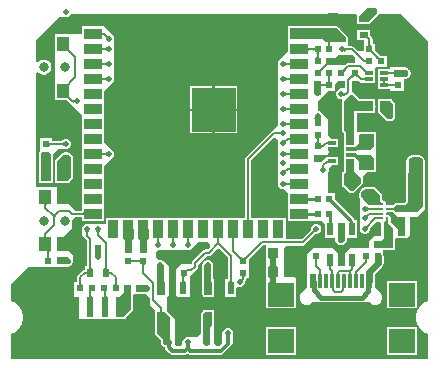
<source format=gbl>
G04*
G04 #@! TF.GenerationSoftware,Altium Limited,Altium Designer,24.10.1 (45)*
G04*
G04 Layer_Physical_Order=4*
G04 Layer_Color=16711680*
%FSLAX25Y25*%
%MOIN*%
G70*
G04*
G04 #@! TF.SameCoordinates,F1BA22F4-9FB4-4C3A-9B32-68D4286BD9C5*
G04*
G04*
G04 #@! TF.FilePolarity,Positive*
G04*
G01*
G75*
%ADD10C,0.00787*%
%ADD15R,0.02362X0.02362*%
%ADD16R,0.02362X0.02362*%
%ADD26C,0.00630*%
%ADD28C,0.03150*%
%ADD29C,0.01968*%
%ADD30C,0.02756*%
%ADD31C,0.01968*%
%ADD32C,0.02362*%
%ADD33C,0.01181*%
%ADD34R,0.03937X0.10630*%
%ADD35R,0.02362X0.06693*%
%ADD36R,0.01968X0.02756*%
%ADD37R,0.14567X0.14567*%
%ADD38R,0.05906X0.03543*%
%ADD39R,0.03543X0.05906*%
%ADD40R,0.02756X0.01968*%
%ADD41R,0.03347X0.03347*%
%ADD42R,0.02638X0.01181*%
%ADD43R,0.03347X0.03347*%
%ADD44R,0.02598X0.01260*%
%ADD45R,0.04921X0.03937*%
G04:AMPARAMS|DCode=46|XSize=47.24mil|YSize=98.43mil|CornerRadius=11.81mil|HoleSize=0mil|Usage=FLASHONLY|Rotation=180.000|XOffset=0mil|YOffset=0mil|HoleType=Round|Shape=RoundedRectangle|*
%AMROUNDEDRECTD46*
21,1,0.04724,0.07480,0,0,180.0*
21,1,0.02362,0.09843,0,0,180.0*
1,1,0.02362,-0.01181,0.03740*
1,1,0.02362,0.01181,0.03740*
1,1,0.02362,0.01181,-0.03740*
1,1,0.02362,-0.01181,-0.03740*
%
%ADD46ROUNDEDRECTD46*%
%ADD47C,0.03937*%
%ADD48C,0.00906*%
%ADD49R,0.02362X0.04331*%
%ADD50R,0.01968X0.04331*%
%ADD51R,0.08583X0.07874*%
%ADD52R,0.01181X0.04724*%
%ADD53R,0.02362X0.04724*%
%ADD54R,0.03937X0.04724*%
%ADD55C,0.00945*%
%ADD56C,0.03347*%
%ADD57C,0.01575*%
G36*
X123228Y117717D02*
Y116339D01*
X120276Y113386D01*
X117520D01*
Y115354D01*
X120276Y118110D01*
X122835D01*
X123228Y117717D01*
D02*
G37*
G36*
X140528Y107110D02*
Y20330D01*
X139763Y20125D01*
X139622Y20055D01*
X139473Y20005D01*
X138494Y19439D01*
X138375Y19335D01*
X138244Y19248D01*
X137445Y18449D01*
X137357Y18317D01*
X137254Y18199D01*
X136688Y17220D01*
X136638Y17071D01*
X136568Y16930D01*
X136275Y15838D01*
X136265Y15680D01*
X136234Y15526D01*
Y14395D01*
X136265Y14241D01*
X136275Y14084D01*
X136568Y12992D01*
X136638Y12850D01*
X136688Y12701D01*
X137254Y11722D01*
X137357Y11604D01*
X137445Y11473D01*
X138244Y10673D01*
X138375Y10586D01*
X138494Y10482D01*
X139473Y9917D01*
X139622Y9866D01*
X139763Y9796D01*
X140528Y9591D01*
Y1204D01*
X1204D01*
Y9591D01*
X1969Y9796D01*
X2110Y9866D01*
X2259Y9917D01*
X3238Y10482D01*
X3357Y10586D01*
X3488Y10673D01*
X4287Y11473D01*
X4375Y11604D01*
X4479Y11722D01*
X5044Y12701D01*
X5094Y12850D01*
X5164Y12992D01*
X5457Y14084D01*
X5467Y14241D01*
X5498Y14395D01*
Y15526D01*
X5467Y15680D01*
X5457Y15838D01*
X5164Y16930D01*
X5094Y17071D01*
X5044Y17220D01*
X4479Y18199D01*
X4375Y18317D01*
X4287Y18449D01*
X3488Y19248D01*
X3357Y19335D01*
X3238Y19439D01*
X2259Y20005D01*
X2110Y20055D01*
X1969Y20125D01*
X1204Y20330D01*
Y26273D01*
X6900Y31969D01*
X15669D01*
X15669Y31969D01*
X15827D01*
Y31969D01*
X16069Y31969D01*
X16466D01*
X16535Y31955D01*
X20079D01*
X20079Y31955D01*
X20314Y31955D01*
X20590Y32010D01*
X21024Y32189D01*
X21259Y32346D01*
X21591Y32678D01*
X21748Y32913D01*
X21927Y33347D01*
X21982Y33623D01*
Y35695D01*
X20669Y37008D01*
X16732D01*
Y41732D01*
X18701D01*
X21850Y44882D01*
Y47441D01*
X22835Y48425D01*
Y48523D01*
X24882D01*
Y47087D01*
X32205D01*
Y51687D01*
X32205Y52047D01*
X32205Y52447D01*
Y56687D01*
X32205Y57047D01*
X32205Y57447D01*
Y61687D01*
X32205Y62047D01*
X32205Y62447D01*
Y65440D01*
X35630Y68866D01*
Y70268D01*
X32276Y73622D01*
X32205D01*
Y76687D01*
X32205Y77047D01*
X32205Y77447D01*
Y82047D01*
X32205D01*
Y82087D01*
X32205D01*
Y87047D01*
X32205D01*
Y87087D01*
X32205D01*
Y90440D01*
X35630Y93866D01*
Y108622D01*
X32205Y112047D01*
X24882D01*
Y109370D01*
X16024D01*
Y103228D01*
Y87480D01*
X19757D01*
X19767Y87478D01*
X19776Y87480D01*
X19882D01*
X24878Y82485D01*
X24882Y82087D01*
Y82047D01*
X24882Y82047D01*
Y77447D01*
X24882Y77087D01*
X24882Y76687D01*
Y72087D01*
X24882D01*
Y72047D01*
X24882D01*
Y67087D01*
X24882D01*
Y67047D01*
X24882D01*
Y62447D01*
X24882Y62087D01*
X24882Y61687D01*
Y57447D01*
X24882Y57087D01*
X24882Y56687D01*
Y52447D01*
X24882Y52087D01*
X24882Y51687D01*
Y50611D01*
X22815D01*
X20669Y52756D01*
X16732D01*
Y58484D01*
X9866D01*
Y96592D01*
X10266Y96745D01*
X10633Y96377D01*
X11217Y96040D01*
X11868Y95866D01*
X12542D01*
X13193Y96040D01*
X13776Y96377D01*
X14253Y96854D01*
X14589Y97437D01*
X14764Y98088D01*
Y98762D01*
X14589Y99413D01*
X14253Y99997D01*
X13776Y100473D01*
X13193Y100810D01*
X12542Y100984D01*
X11868D01*
X11217Y100810D01*
X10633Y100473D01*
X10266Y100105D01*
X9866Y100259D01*
Y107503D01*
X17598Y115236D01*
X20386D01*
X21292Y116142D01*
X116444Y116142D01*
X116811Y115742D01*
Y115424D01*
X116797Y115354D01*
Y113386D01*
X116811Y113316D01*
Y112677D01*
X117450D01*
X117520Y112663D01*
X120276D01*
X120345Y112677D01*
X120984D01*
Y113073D01*
X123739Y115828D01*
X123896Y116062D01*
X123912Y116142D01*
X131496D01*
X140528Y107110D01*
D02*
G37*
G36*
X31479Y110137D02*
X31498Y110083D01*
X31530Y110036D01*
X31575Y109995D01*
X31633Y109961D01*
X31703Y109932D01*
X31787Y109910D01*
X31883Y109895D01*
X31992Y109885D01*
X32114Y109882D01*
Y109252D01*
X31992Y109249D01*
X31883Y109239D01*
X31787Y109224D01*
X31703Y109202D01*
X31633Y109173D01*
X31575Y109139D01*
X31530Y109098D01*
X31498Y109050D01*
X31479Y108997D01*
X31472Y108937D01*
Y110197D01*
X31479Y110137D01*
D02*
G37*
G36*
X33149Y109113D02*
X33219Y109058D01*
X33293Y109011D01*
X33372Y108969D01*
X33454Y108934D01*
X33541Y108906D01*
X33631Y108884D01*
X33726Y108869D01*
X33824Y108860D01*
X33927Y108858D01*
X32953Y107884D01*
X32951Y107987D01*
X32942Y108085D01*
X32927Y108180D01*
X32905Y108270D01*
X32877Y108357D01*
X32842Y108439D01*
X32800Y108518D01*
X32753Y108592D01*
X32698Y108662D01*
X32637Y108728D01*
X33083Y109174D01*
X33149Y109113D01*
D02*
G37*
G36*
X31479Y105137D02*
X31498Y105084D01*
X31530Y105036D01*
X31575Y104995D01*
X31633Y104961D01*
X31703Y104932D01*
X31787Y104910D01*
X31883Y104894D01*
X31992Y104885D01*
X32114Y104882D01*
Y104252D01*
X31992Y104249D01*
X31883Y104239D01*
X31787Y104224D01*
X31703Y104202D01*
X31633Y104173D01*
X31575Y104139D01*
X31530Y104098D01*
X31498Y104050D01*
X31479Y103997D01*
X31472Y103937D01*
Y105197D01*
X31479Y105137D01*
D02*
G37*
G36*
X33234Y103878D02*
X33160Y103949D01*
X33084Y104013D01*
X33006Y104069D01*
X32927Y104117D01*
X32846Y104158D01*
X32763Y104192D01*
X32678Y104218D01*
X32592Y104237D01*
X32504Y104248D01*
X32414Y104252D01*
Y104882D01*
X32504Y104886D01*
X32592Y104897D01*
X32678Y104916D01*
X32763Y104942D01*
X32846Y104975D01*
X32927Y105017D01*
X33006Y105065D01*
X33084Y105121D01*
X33160Y105185D01*
X33234Y105256D01*
Y103878D01*
D02*
G37*
G36*
X20622Y104791D02*
X20604Y104733D01*
Y104666D01*
X20622Y104590D01*
X20657Y104506D01*
X20711Y104412D01*
X20782Y104310D01*
X20871Y104199D01*
X21103Y103949D01*
X20657Y103504D01*
X20528Y103628D01*
X20297Y103824D01*
X20194Y103896D01*
X20100Y103949D01*
X20016Y103985D01*
X19940Y104002D01*
X19873D01*
X19815Y103985D01*
X19767Y103949D01*
X20657Y104840D01*
X20622Y104791D01*
D02*
G37*
G36*
X31479Y100137D02*
X31498Y100083D01*
X31530Y100036D01*
X31575Y99995D01*
X31633Y99961D01*
X31703Y99932D01*
X31787Y99910D01*
X31883Y99894D01*
X31992Y99885D01*
X32114Y99882D01*
Y99252D01*
X31992Y99249D01*
X31883Y99239D01*
X31787Y99224D01*
X31703Y99202D01*
X31633Y99173D01*
X31575Y99139D01*
X31530Y99098D01*
X31498Y99050D01*
X31479Y98997D01*
X31472Y98937D01*
Y100197D01*
X31479Y100137D01*
D02*
G37*
G36*
X33234Y98878D02*
X33160Y98949D01*
X33084Y99013D01*
X33006Y99069D01*
X32927Y99117D01*
X32846Y99159D01*
X32763Y99192D01*
X32678Y99218D01*
X32592Y99237D01*
X32504Y99248D01*
X32414Y99252D01*
Y99882D01*
X32504Y99886D01*
X32592Y99897D01*
X32678Y99916D01*
X32763Y99942D01*
X32846Y99975D01*
X32927Y100016D01*
X33006Y100065D01*
X33084Y100121D01*
X33160Y100185D01*
X33234Y100256D01*
Y98878D01*
D02*
G37*
G36*
X31479Y95137D02*
X31498Y95083D01*
X31530Y95036D01*
X31575Y94995D01*
X31633Y94961D01*
X31703Y94932D01*
X31787Y94910D01*
X31883Y94894D01*
X31992Y94885D01*
X32114Y94882D01*
Y94252D01*
X31992Y94249D01*
X31883Y94239D01*
X31787Y94224D01*
X31703Y94202D01*
X31633Y94173D01*
X31575Y94139D01*
X31530Y94098D01*
X31498Y94050D01*
X31479Y93997D01*
X31472Y93937D01*
Y95197D01*
X31479Y95137D01*
D02*
G37*
G36*
X33234Y93878D02*
X33160Y93949D01*
X33084Y94013D01*
X33006Y94069D01*
X32927Y94117D01*
X32846Y94159D01*
X32763Y94192D01*
X32678Y94218D01*
X32592Y94237D01*
X32504Y94248D01*
X32414Y94252D01*
Y94882D01*
X32504Y94886D01*
X32592Y94897D01*
X32678Y94916D01*
X32763Y94942D01*
X32846Y94975D01*
X32927Y95016D01*
X33006Y95065D01*
X33084Y95121D01*
X33160Y95185D01*
X33234Y95256D01*
Y93878D01*
D02*
G37*
G36*
X21103Y92901D02*
X20978Y92772D01*
X20782Y92541D01*
X20711Y92438D01*
X20657Y92345D01*
X20622Y92260D01*
X20604Y92184D01*
Y92117D01*
X20622Y92059D01*
X20657Y92010D01*
X19767Y92901D01*
X19815Y92866D01*
X19873Y92848D01*
X19940D01*
X20016Y92866D01*
X20100Y92901D01*
X20194Y92955D01*
X20297Y93026D01*
X20408Y93115D01*
X20657Y93347D01*
X21103Y92901D01*
D02*
G37*
G36*
X20622Y89043D02*
X20604Y88985D01*
Y88918D01*
X20622Y88842D01*
X20657Y88758D01*
X20711Y88664D01*
X20782Y88562D01*
X20871Y88450D01*
X21103Y88201D01*
X20657Y87756D01*
X20528Y87880D01*
X20297Y88076D01*
X20194Y88147D01*
X20100Y88201D01*
X20016Y88237D01*
X19940Y88254D01*
X19873D01*
X19815Y88237D01*
X19767Y88201D01*
X20657Y89092D01*
X20622Y89043D01*
D02*
G37*
G36*
X22358Y86549D02*
X22339Y86576D01*
X22313Y86601D01*
X22280Y86622D01*
X22240Y86641D01*
X22193Y86657D01*
X22139Y86670D01*
X22077Y86680D01*
X22009Y86687D01*
X21850Y86693D01*
Y87323D01*
X21933Y87324D01*
X22077Y87336D01*
X22139Y87346D01*
X22193Y87359D01*
X22240Y87375D01*
X22280Y87394D01*
X22313Y87415D01*
X22339Y87440D01*
X22358Y87467D01*
Y86549D01*
D02*
G37*
G36*
X31479Y70137D02*
X31498Y70083D01*
X31530Y70036D01*
X31575Y69995D01*
X31633Y69961D01*
X31703Y69932D01*
X31787Y69910D01*
X31883Y69894D01*
X31992Y69885D01*
X32114Y69882D01*
Y69252D01*
X31992Y69249D01*
X31883Y69239D01*
X31787Y69224D01*
X31703Y69202D01*
X31633Y69173D01*
X31575Y69139D01*
X31530Y69098D01*
X31498Y69050D01*
X31479Y68997D01*
X31472Y68937D01*
Y70197D01*
X31479Y70137D01*
D02*
G37*
G36*
X33234Y68878D02*
X33160Y68949D01*
X33084Y69013D01*
X33006Y69069D01*
X32927Y69117D01*
X32846Y69159D01*
X32763Y69192D01*
X32678Y69218D01*
X32592Y69237D01*
X32504Y69248D01*
X32414Y69252D01*
Y69882D01*
X32504Y69886D01*
X32592Y69897D01*
X32678Y69916D01*
X32763Y69942D01*
X32846Y69975D01*
X32927Y70016D01*
X33006Y70065D01*
X33084Y70121D01*
X33160Y70185D01*
X33234Y70256D01*
Y68878D01*
D02*
G37*
G36*
X13365Y52773D02*
X13312Y52754D01*
X13265Y52722D01*
X13224Y52677D01*
X13189Y52619D01*
X13161Y52549D01*
X13139Y52465D01*
X13123Y52369D01*
X13113Y52260D01*
X13110Y52138D01*
X12480D01*
X12477Y52260D01*
X12468Y52369D01*
X12452Y52465D01*
X12430Y52549D01*
X12402Y52619D01*
X12367Y52677D01*
X12326Y52722D01*
X12279Y52754D01*
X12225Y52773D01*
X12165Y52780D01*
X13425D01*
X13365Y52773D01*
D02*
G37*
G36*
X16508Y48996D02*
X16424Y48905D01*
X16348Y48810D01*
X16281Y48712D01*
X16223Y48610D01*
X16174Y48504D01*
X16134Y48395D01*
X16103Y48282D01*
X16081Y48165D01*
X16067Y48045D01*
X16063Y47921D01*
X15433D01*
X15429Y48045D01*
X15415Y48165D01*
X15393Y48282D01*
X15362Y48395D01*
X15322Y48504D01*
X15273Y48610D01*
X15215Y48712D01*
X15148Y48810D01*
X15072Y48905D01*
X14988Y48996D01*
X15303Y49572D01*
X15392Y49492D01*
X15481Y49429D01*
X15570Y49385D01*
X15659Y49358D01*
X15748Y49349D01*
X15837Y49358D01*
X15926Y49385D01*
X16015Y49429D01*
X16104Y49492D01*
X16194Y49572D01*
X16508Y48996D01*
D02*
G37*
G36*
X25615Y48937D02*
X25608Y48997D01*
X25589Y49050D01*
X25557Y49098D01*
X25512Y49139D01*
X25454Y49173D01*
X25383Y49202D01*
X25300Y49224D01*
X25204Y49239D01*
X25095Y49249D01*
X24973Y49252D01*
Y49882D01*
X25095Y49885D01*
X25204Y49894D01*
X25300Y49910D01*
X25383Y49932D01*
X25454Y49961D01*
X25512Y49995D01*
X25557Y50036D01*
X25589Y50084D01*
X25608Y50137D01*
X25615Y50197D01*
Y48937D01*
D02*
G37*
G36*
X13113Y42228D02*
X13123Y42119D01*
X13139Y42023D01*
X13161Y41939D01*
X13189Y41869D01*
X13224Y41811D01*
X13265Y41766D01*
X13312Y41734D01*
X13365Y41715D01*
X13425Y41708D01*
X12165D01*
X12225Y41715D01*
X12279Y41734D01*
X12326Y41766D01*
X12367Y41811D01*
X12402Y41869D01*
X12430Y41939D01*
X12452Y42023D01*
X12468Y42119D01*
X12477Y42228D01*
X12480Y42350D01*
X13110D01*
X13113Y42228D01*
D02*
G37*
G36*
X14350Y37025D02*
X14296Y37006D01*
X14249Y36974D01*
X14208Y36929D01*
X14173Y36871D01*
X14145Y36801D01*
X14123Y36717D01*
X14107Y36621D01*
X14098Y36512D01*
X14095Y36390D01*
X13465D01*
X13461Y36512D01*
X13452Y36621D01*
X13436Y36717D01*
X13414Y36801D01*
X13386Y36871D01*
X13351Y36929D01*
X13310Y36974D01*
X13263Y37006D01*
X13209Y37025D01*
X13150Y37032D01*
X14410D01*
X14350Y37025D01*
D02*
G37*
G36*
X14098Y35535D02*
X14107Y35426D01*
X14123Y35330D01*
X14145Y35247D01*
X14173Y35176D01*
X14208Y35118D01*
X14249Y35073D01*
X14296Y35041D01*
X14350Y35022D01*
X14410Y35015D01*
X13150D01*
X13209Y35022D01*
X13263Y35041D01*
X13310Y35073D01*
X13351Y35118D01*
X13386Y35176D01*
X13414Y35247D01*
X13436Y35330D01*
X13452Y35426D01*
X13461Y35535D01*
X13465Y35657D01*
X14095D01*
X14098Y35535D01*
D02*
G37*
G36*
X20748Y34860D02*
X21080Y34527D01*
X21260Y34093D01*
Y33858D01*
Y33623D01*
X21080Y33189D01*
X20748Y32857D01*
X20314Y32677D01*
X20079Y32677D01*
X20079Y32677D01*
X16535D01*
Y35039D01*
X20314D01*
X20748Y34860D01*
D02*
G37*
%LPC*%
G36*
X132912Y98360D02*
X129134D01*
X129064Y98347D01*
X127756D01*
Y97756D01*
X127756D01*
Y97756D01*
X127045D01*
X127035Y97758D01*
X127026Y97756D01*
X123701D01*
Y95157D01*
Y91220D01*
X127026D01*
X127035Y91219D01*
X127045Y91220D01*
X127756D01*
Y90630D01*
X132205D01*
Y94409D01*
X132545Y94553D01*
X132677D01*
X132677Y94553D01*
X132912Y94553D01*
X133189Y94608D01*
X133623Y94788D01*
X133857Y94945D01*
X134189Y95277D01*
X134346Y95511D01*
X134526Y95945D01*
X134581Y96222D01*
Y96692D01*
X134526Y96968D01*
X134346Y97402D01*
X134346Y97402D01*
X134189Y97637D01*
X133857Y97969D01*
X133623Y98125D01*
X133623Y98125D01*
X133189Y98305D01*
X132912Y98360D01*
D02*
G37*
G36*
X109921Y112061D02*
X94488D01*
X94418Y112047D01*
X93779D01*
Y111408D01*
X93766Y111339D01*
Y107795D01*
X93779Y107726D01*
X93779Y107087D01*
X93779D01*
Y107047D01*
X93779Y107047D01*
Y103693D01*
X90354Y100268D01*
Y94904D01*
Y89904D01*
Y84904D01*
Y79232D01*
X88238Y77116D01*
X79695Y68573D01*
X79469Y68234D01*
X79389Y67835D01*
X79389Y67835D01*
Y48432D01*
X79106Y48150D01*
X77953Y48150D01*
X77553Y48150D01*
X72953D01*
Y48150D01*
X72913D01*
Y48150D01*
X67953D01*
Y48150D01*
X67913D01*
Y48150D01*
X62953D01*
Y48150D01*
X62913D01*
Y48150D01*
X57953D01*
Y48150D01*
X57913D01*
Y48150D01*
X52953D01*
Y48150D01*
X52913D01*
Y48150D01*
X47953D01*
X47953Y48150D01*
X47913D01*
Y48150D01*
X47553Y48150D01*
X43313D01*
X42953Y48150D01*
X42553Y48150D01*
X38313D01*
X37953Y48150D01*
X37553Y48150D01*
X32953D01*
Y46181D01*
X26070D01*
X25079Y45189D01*
Y42343D01*
X26712Y40709D01*
Y32008D01*
X26063D01*
Y30965D01*
X25984D01*
X25585Y30885D01*
X25246Y30659D01*
X25246Y30659D01*
X23672Y29084D01*
X23445Y28746D01*
X23366Y28346D01*
X23366Y28346D01*
Y26693D01*
X22520D01*
Y21949D01*
X24114D01*
Y14547D01*
X36446D01*
X36516Y14533D01*
X38878D01*
X38948Y14547D01*
X39587D01*
Y14943D01*
X41849Y17206D01*
X42006Y17440D01*
X42061Y17717D01*
Y22573D01*
X42205Y22913D01*
X42461Y22913D01*
X42844D01*
X42913Y22899D01*
X46457D01*
X47775Y21581D01*
Y19154D01*
X49488Y17441D01*
Y16802D01*
X49474Y16732D01*
Y9646D01*
X49529Y9369D01*
X49686Y9135D01*
X51246Y7575D01*
Y6496D01*
X51301Y6220D01*
X51458Y5985D01*
X52245Y5198D01*
X52479Y5041D01*
X52634Y5010D01*
X52713Y4611D01*
X53000Y4181D01*
X54181Y3000D01*
X54181Y3000D01*
X54611Y2713D01*
X55118Y2612D01*
X55118Y2612D01*
X59449D01*
X59449Y2612D01*
X59956Y2713D01*
X60236Y2901D01*
X60517Y2713D01*
X61024Y2612D01*
X71260D01*
X71260Y2612D01*
X71767Y2713D01*
X72197Y3000D01*
X75315Y6119D01*
Y10544D01*
X74323Y11535D01*
X72921D01*
X71653Y10268D01*
Y6204D01*
X71474Y6024D01*
X71474Y6024D01*
X71141Y5692D01*
X71141Y5691D01*
X70961Y5512D01*
X70472D01*
X70237Y5512D01*
X70237Y5512D01*
X69983D01*
X69803Y5692D01*
X69471Y6024D01*
X69471Y6024D01*
X69016Y6479D01*
Y12332D01*
X69030Y12402D01*
Y16732D01*
X69016Y16802D01*
Y17441D01*
X68377D01*
X68307Y17455D01*
X65945D01*
X65875Y17441D01*
X65236D01*
Y17045D01*
X64843Y16653D01*
X64687Y16418D01*
X64632Y16142D01*
Y9449D01*
X64567D01*
X63504Y8386D01*
X59535D01*
X58268Y7119D01*
Y6693D01*
Y6458D01*
Y6458D01*
Y6204D01*
X57576Y5512D01*
X57087D01*
X56852Y5512D01*
X56852Y5512D01*
X56597D01*
X56418Y5692D01*
X56085Y6024D01*
X56085Y6024D01*
X55905Y6204D01*
Y6693D01*
Y10236D01*
Y14408D01*
X53268Y17045D01*
Y21929D01*
X53937Y22598D01*
Y28740D01*
X53937D01*
Y32142D01*
X52850Y33229D01*
X52693Y33463D01*
X52361Y33796D01*
X52127Y33952D01*
X51692Y34132D01*
X51416Y34187D01*
X50459D01*
X49606Y35039D01*
Y36614D01*
X50394Y37402D01*
X61134D01*
X63890Y40157D01*
X66929D01*
X67716Y39370D01*
Y38484D01*
X66891Y37658D01*
X66142D01*
X65742Y37578D01*
X65404Y37352D01*
X65404Y37352D01*
X61860Y33809D01*
X61634Y33470D01*
X61555Y33071D01*
X61555Y33071D01*
Y32677D01*
X57874D01*
X56299Y31102D01*
Y22598D01*
X56968Y21929D01*
X60748D01*
X60945Y22126D01*
Y28760D01*
X63336Y31152D01*
X63336Y31152D01*
X63563Y31490D01*
X63642Y31890D01*
Y32639D01*
X66574Y35570D01*
X67323D01*
X67323Y35570D01*
X67722Y35650D01*
X68061Y35876D01*
X70433Y38248D01*
X73563Y35119D01*
Y27677D01*
X72716D01*
Y21929D01*
X76496D01*
Y24947D01*
X76896Y25214D01*
X77222Y25079D01*
X77896D01*
X78518Y25337D01*
X78994Y25813D01*
X79252Y26435D01*
Y26704D01*
X79266Y26766D01*
X79267Y26844D01*
X79272Y26893D01*
X79278Y26935D01*
X79287Y26971D01*
X79297Y27001D01*
X79308Y27027D01*
X79320Y27050D01*
X79332Y27068D01*
X79478Y27215D01*
X79478Y27215D01*
X79704Y27553D01*
X79784Y27953D01*
X80176Y28032D01*
X80630D01*
Y31811D01*
X80630D01*
Y31969D01*
X80630D01*
Y34254D01*
X80735Y34377D01*
X85472Y39114D01*
X86201D01*
Y34232D01*
Y32697D01*
Y27283D01*
X86299D01*
Y26575D01*
X86297Y26566D01*
X86299Y26556D01*
Y17992D01*
X96299D01*
Y27283D01*
Y28110D01*
X95768Y28642D01*
X92421D01*
Y38287D01*
X93110Y38976D01*
X99114D01*
X102853Y42716D01*
X102871Y42727D01*
X102894Y42739D01*
X102920Y42750D01*
X102950Y42760D01*
X102986Y42769D01*
X103028Y42776D01*
X103077Y42780D01*
X103155Y42782D01*
X103217Y42795D01*
X103486D01*
X104109Y43053D01*
X104585Y43529D01*
X104842Y44151D01*
Y44825D01*
X104585Y45447D01*
X104109Y45923D01*
X103486Y46181D01*
X102813D01*
X102191Y45923D01*
X101714Y45447D01*
X101457Y44825D01*
Y44556D01*
X101443Y44494D01*
X101441Y44415D01*
X101437Y44366D01*
X101430Y44324D01*
X101422Y44289D01*
X101412Y44259D01*
X101401Y44233D01*
X101389Y44209D01*
X101377Y44192D01*
X98387Y41201D01*
X92913D01*
Y48150D01*
X87953D01*
Y48150D01*
X87913D01*
Y48150D01*
X83313D01*
X82953Y48150D01*
X82553Y48150D01*
X81477D01*
Y67402D01*
X88878Y74803D01*
X89764D01*
X90354Y74213D01*
Y69904D01*
Y66715D01*
X90354Y66715D01*
Y66041D01*
X90354Y66041D01*
Y63368D01*
Y58866D01*
X91346Y57874D01*
X92384D01*
X93779Y56479D01*
Y52087D01*
X93779D01*
Y52047D01*
X93779D01*
Y47087D01*
X104882D01*
X105905Y46063D01*
X105984D01*
Y41614D01*
X109370D01*
X109514Y41274D01*
Y40551D01*
X109569Y40275D01*
X109725Y40040D01*
X110513Y39253D01*
X110747Y39096D01*
X111024Y39041D01*
X111811D01*
X112088Y39096D01*
X112322Y39253D01*
X113109Y40040D01*
X113266Y40275D01*
X113321Y40551D01*
Y41274D01*
X113465Y41614D01*
X116850D01*
Y47362D01*
X115899D01*
X115819Y47762D01*
X115558Y48153D01*
X109370Y54341D01*
Y56417D01*
X106988D01*
Y63214D01*
X106988D01*
X106963Y63252D01*
X107205Y63836D01*
Y64763D01*
X108209Y65767D01*
X108209Y65767D01*
X108309Y65787D01*
X110531D01*
Y68209D01*
X110276Y68465D01*
X106260D01*
X104724Y66929D01*
X102362D01*
Y69291D01*
X106791D01*
X107224Y69724D01*
Y71693D01*
X110276D01*
X110531Y71949D01*
Y74114D01*
X110276Y74370D01*
X108651D01*
X108268Y74410D01*
X108268D01*
X108268Y74410D01*
X106988Y75689D01*
Y81233D01*
X104858Y83363D01*
X104764Y83504D01*
X104622Y83598D01*
X104244Y83976D01*
X103710D01*
X103543Y84009D01*
Y87008D01*
X107165Y90630D01*
X109370D01*
Y92835D01*
X110236Y93701D01*
X112598Y93701D01*
Y91339D01*
X110992D01*
X109982Y90329D01*
X109724Y89707D01*
Y89033D01*
X109982Y88411D01*
X110458Y87935D01*
X111081Y87677D01*
X111754D01*
X111791Y87652D01*
Y87176D01*
X111777Y87106D01*
Y85598D01*
X111745Y85433D01*
Y82284D01*
Y79134D01*
X111777Y78969D01*
Y77461D01*
X111791Y77391D01*
Y76791D01*
X111831Y76752D01*
X112187D01*
X112289Y76649D01*
Y72402D01*
X112303Y72332D01*
Y71763D01*
X112289Y71693D01*
Y70433D01*
X112303Y70363D01*
Y69794D01*
X112289Y69724D01*
Y68465D01*
X112303Y68395D01*
Y67826D01*
X112289Y67756D01*
Y63508D01*
X112187Y63406D01*
X111791D01*
Y62767D01*
X111777Y62697D01*
Y59350D01*
X111791Y59281D01*
Y58642D01*
X112187D01*
X114056Y56773D01*
X114290Y56616D01*
X114567Y56561D01*
X115354D01*
X115631Y56616D01*
X115865Y56773D01*
X118424Y59332D01*
X118581Y59566D01*
X118636Y59842D01*
Y61943D01*
X120079Y63386D01*
Y63451D01*
X122343D01*
X122412Y63465D01*
X123051D01*
Y64103D01*
X123065Y64173D01*
Y68110D01*
X123051Y68180D01*
Y71978D01*
X123065Y72047D01*
Y75984D01*
X123051Y76054D01*
Y76693D01*
X122412D01*
X122343Y76707D01*
X117421D01*
X117351Y76693D01*
X116713D01*
X116569Y77033D01*
Y78969D01*
X116602Y79134D01*
Y83004D01*
X120472D01*
X120707Y83051D01*
X122854D01*
Y85198D01*
X122901Y85433D01*
X122854Y85668D01*
Y87815D01*
X120707D01*
X120472Y87862D01*
X117688D01*
X114961Y90589D01*
Y93701D01*
X117323D01*
X117913Y93110D01*
X122677D01*
X122756Y93189D01*
Y98169D01*
X122913Y98504D01*
X126693D01*
Y102284D01*
X124408D01*
X124284Y102389D01*
X122883Y103790D01*
X122793Y103887D01*
X122756Y103932D01*
Y106220D01*
X121910D01*
Y107677D01*
X121830Y108077D01*
X121604Y108415D01*
X121604Y108415D01*
X121111Y108908D01*
X121021Y109005D01*
X120984Y109051D01*
Y110945D01*
X116811D01*
Y107559D01*
X118976D01*
Y103937D01*
X116830D01*
X115699Y105069D01*
X115360Y105295D01*
X114961Y105374D01*
X114961Y105374D01*
X113715D01*
Y107087D01*
X113715Y108268D01*
X113660Y108544D01*
X113503Y108779D01*
X111043Y111238D01*
Y111634D01*
X110648D01*
X110432Y111849D01*
X110198Y112006D01*
X109921Y112061D01*
D02*
G37*
G36*
X76811Y92165D02*
X69291D01*
Y84646D01*
X76811D01*
Y92165D01*
D02*
G37*
G36*
X68504D02*
X60984D01*
Y84646D01*
X68504D01*
Y92165D01*
D02*
G37*
G36*
X127657Y87829D02*
X124311D01*
X124241Y87815D01*
X123602D01*
Y87176D01*
X123589Y87106D01*
Y83760D01*
X123602Y83690D01*
Y83051D01*
X123998D01*
X126458Y80591D01*
X126692Y80435D01*
X126969Y80380D01*
X127953D01*
X128229Y80435D01*
X128464Y80591D01*
X129251Y81379D01*
X129408Y81613D01*
X129463Y81890D01*
Y86024D01*
X129408Y86300D01*
X129251Y86535D01*
X128366Y87419D01*
Y87815D01*
X127727D01*
X127657Y87829D01*
D02*
G37*
G36*
X76811Y83858D02*
X69291D01*
Y76339D01*
X76811D01*
Y83858D01*
D02*
G37*
G36*
X68504D02*
X60984D01*
Y76339D01*
X68504D01*
Y83858D01*
D02*
G37*
G36*
X20472Y70014D02*
X18898D01*
X18621Y69959D01*
X18387Y69802D01*
X16320Y67735D01*
X16163Y67501D01*
X16108Y67224D01*
Y60532D01*
X16122Y60462D01*
Y59823D01*
X16761D01*
X16831Y59809D01*
X20177D01*
X20247Y59823D01*
X20886D01*
Y60218D01*
X21771Y61103D01*
X21927Y61338D01*
X21982Y61614D01*
Y68504D01*
X21927Y68780D01*
X21771Y69015D01*
X20983Y69802D01*
X20749Y69959D01*
X20472Y70014D01*
D02*
G37*
G36*
X14882Y74724D02*
X11102D01*
Y70945D01*
X11102Y70945D01*
X11102Y70787D01*
X11099Y70389D01*
X10808Y70098D01*
X10651Y69863D01*
X10596Y69587D01*
Y62370D01*
X10564Y62205D01*
X10610Y61970D01*
Y59823D01*
X12757D01*
X12992Y59776D01*
X13227Y59823D01*
X15374D01*
Y61970D01*
X15421Y62205D01*
X15388Y62370D01*
Y69587D01*
X16943Y71142D01*
X20022D01*
X20644Y71399D01*
X21120Y71876D01*
X21378Y72498D01*
Y73171D01*
X21120Y73794D01*
X20644Y74270D01*
X20022Y74528D01*
X19348D01*
X18726Y74270D01*
X18536Y74079D01*
X18482Y74045D01*
X18426Y73991D01*
X18388Y73960D01*
X18354Y73935D01*
X18322Y73916D01*
X18294Y73901D01*
X18268Y73891D01*
X18243Y73883D01*
X18222Y73878D01*
X14882D01*
Y74724D01*
D02*
G37*
G36*
X137402Y69053D02*
X135039D01*
X134302Y68906D01*
X133677Y68488D01*
X133259Y67863D01*
X133113Y67126D01*
Y59646D01*
X133136Y59529D01*
Y53843D01*
X132443Y53150D01*
X129528D01*
X128740Y52362D01*
X126772D01*
Y52756D01*
X126378D01*
Y53445D01*
X126154Y53669D01*
X125886Y53937D01*
X125394D01*
X125000Y54331D01*
Y55943D01*
X122558Y58385D01*
X122324Y58542D01*
X122047Y58597D01*
X120079Y58596D01*
X119687D01*
X119411Y58542D01*
X119114Y58419D01*
X119045Y58400D01*
X118984Y58365D01*
X118687Y58242D01*
X118453Y58085D01*
X117899Y57531D01*
X117742Y57297D01*
X117619Y57000D01*
X117584Y56939D01*
X117566Y56871D01*
X117443Y56574D01*
X117443Y56573D01*
X117388Y56297D01*
X117388Y55905D01*
X117388Y55718D01*
X117402Y55648D01*
Y55577D01*
X117402Y55577D01*
Y55553D01*
X117420Y55484D01*
X117475Y55210D01*
X117502Y55144D01*
X117516Y55075D01*
X117556Y54978D01*
X117584Y54872D01*
X117598Y54847D01*
Y51518D01*
Y48368D01*
Y44151D01*
X117856Y43529D01*
X118332Y43053D01*
X118955Y42795D01*
X119628D01*
X120250Y43053D01*
X120727Y43529D01*
X120984Y44151D01*
Y44416D01*
X120998Y44474D01*
X120999Y44524D01*
X121002Y44541D01*
X121005Y44558D01*
X121011Y44576D01*
X121019Y44597D01*
X121031Y44621D01*
X121048Y44649D01*
X121065Y44673D01*
X123300Y46907D01*
X124491D01*
X124803Y46595D01*
Y42126D01*
X122441D01*
X120866Y40551D01*
Y38189D01*
X114331D01*
X112598Y36457D01*
Y32087D01*
X110236D01*
Y36457D01*
X108504Y38189D01*
X101969D01*
X100000Y36220D01*
Y24705D01*
X99750D01*
X98037Y22992D01*
X97677Y22123D01*
Y21184D01*
X98037Y20315D01*
X98701Y19651D01*
X99569Y19291D01*
X100509D01*
X101377Y19651D01*
X101855Y20128D01*
X120980D01*
X121457Y19651D01*
X122325Y19291D01*
X123265D01*
X124133Y19651D01*
X124798Y20315D01*
X125157Y21184D01*
Y22123D01*
X124798Y22992D01*
X123085Y24705D01*
X122835D01*
Y29559D01*
X124985Y31708D01*
X125402Y32333D01*
X125549Y33071D01*
Y35433D01*
X125512Y35619D01*
Y37323D01*
X125852Y37466D01*
X128740D01*
X128810Y37480D01*
X129449D01*
Y38119D01*
X129463Y38189D01*
X129463Y41077D01*
X129606Y41417D01*
X130245D01*
X130315Y41403D01*
X133529D01*
X134252Y42126D01*
Y48425D01*
X136614D01*
X139305Y51116D01*
Y51968D01*
Y59529D01*
X139328Y59646D01*
Y67126D01*
X139182Y67863D01*
X138764Y68488D01*
X138139Y68906D01*
X137402Y69053D01*
D02*
G37*
G36*
X67164Y34187D02*
X66694D01*
X66418Y34132D01*
X65984Y33952D01*
X65984Y33952D01*
X65749Y33796D01*
X65417Y33463D01*
X65260Y33229D01*
X65080Y32795D01*
X65026Y32518D01*
Y28740D01*
Y22835D01*
X65080Y22558D01*
X65236Y22325D01*
Y21929D01*
X65875D01*
X65945Y21915D01*
X68307D01*
X68377Y21929D01*
X69016D01*
Y22568D01*
X69030Y22638D01*
Y26969D01*
X69016Y27038D01*
Y27677D01*
X68833D01*
Y32283D01*
X68833Y32284D01*
X68833Y32518D01*
X68778Y32795D01*
X68598Y33229D01*
X68441Y33463D01*
X68109Y33796D01*
X67875Y33952D01*
X67440Y34132D01*
X67219Y34176D01*
X67164Y34187D01*
D02*
G37*
G36*
X136535Y27283D02*
X126535D01*
Y17992D01*
X136535D01*
Y27283D01*
D02*
G37*
G36*
Y11929D02*
X126535D01*
Y2638D01*
X136535D01*
Y11929D01*
D02*
G37*
G36*
X96299D02*
X86299D01*
Y2638D01*
X96299D01*
Y11929D01*
D02*
G37*
%LPD*%
G36*
X127042Y96985D02*
X127060Y96940D01*
X127092Y96901D01*
X127136Y96867D01*
X127193Y96838D01*
X127262Y96814D01*
X127344Y96795D01*
X127438Y96782D01*
X127545Y96774D01*
X127665Y96772D01*
Y96142D01*
X127545Y96139D01*
X127344Y96118D01*
X127262Y96100D01*
X127193Y96076D01*
X127136Y96047D01*
X127092Y96013D01*
X127060Y95973D01*
X127042Y95928D01*
X127035Y95878D01*
Y97035D01*
X127042Y96985D01*
D02*
G37*
G36*
X133346Y97458D02*
X133678Y97126D01*
X133858Y96692D01*
Y96457D01*
Y96222D01*
X133678Y95788D01*
X133346Y95455D01*
X132912Y95276D01*
X132677Y95276D01*
X132677Y95276D01*
X129134D01*
Y95935D01*
X129132Y95940D01*
X129100Y95987D01*
X129055Y96028D01*
X128997Y96063D01*
X128927Y96091D01*
X128843Y96113D01*
X128747Y96129D01*
X128638Y96139D01*
X128516Y96142D01*
Y96772D01*
X128638Y96775D01*
X128747Y96784D01*
X128843Y96800D01*
X128927Y96822D01*
X128997Y96850D01*
X129055Y96885D01*
X129100Y96926D01*
X129132Y96973D01*
X129134Y96978D01*
Y97638D01*
X132912D01*
X133346Y97458D01*
D02*
G37*
G36*
X126298Y93915D02*
X126245Y93896D01*
X126198Y93864D01*
X126157Y93819D01*
X126122Y93761D01*
X126094Y93691D01*
X126072Y93607D01*
X126056Y93511D01*
X126055Y93504D01*
X126056Y93497D01*
X126072Y93401D01*
X126094Y93317D01*
X126122Y93247D01*
X126157Y93189D01*
X126198Y93144D01*
X126245Y93112D01*
X126298Y93093D01*
X126358Y93086D01*
X125098D01*
X125158Y93093D01*
X125212Y93112D01*
X125259Y93144D01*
X125300Y93189D01*
X125335Y93247D01*
X125363Y93317D01*
X125385Y93401D01*
X125401Y93497D01*
X125401Y93504D01*
X125401Y93511D01*
X125385Y93607D01*
X125363Y93691D01*
X125335Y93761D01*
X125300Y93819D01*
X125259Y93864D01*
X125212Y93896D01*
X125158Y93915D01*
X125098Y93922D01*
X126358D01*
X126298Y93915D01*
D02*
G37*
G36*
X127042Y93048D02*
X127060Y93003D01*
X127092Y92964D01*
X127136Y92930D01*
X127193Y92901D01*
X127262Y92877D01*
X127344Y92858D01*
X127438Y92845D01*
X127545Y92837D01*
X127665Y92835D01*
Y92205D01*
X127545Y92202D01*
X127344Y92181D01*
X127262Y92163D01*
X127193Y92139D01*
X127136Y92110D01*
X127092Y92076D01*
X127060Y92036D01*
X127042Y91991D01*
X127035Y91941D01*
Y93098D01*
X127042Y93048D01*
D02*
G37*
G36*
X129158Y91890D02*
X129151Y91950D01*
X129132Y92003D01*
X129100Y92050D01*
X129055Y92091D01*
X128997Y92126D01*
X128927Y92154D01*
X128843Y92176D01*
X128747Y92192D01*
X128638Y92202D01*
X128516Y92205D01*
Y92835D01*
X128638Y92838D01*
X128747Y92847D01*
X128843Y92863D01*
X128927Y92885D01*
X128997Y92913D01*
X129055Y92948D01*
X129100Y92989D01*
X129132Y93036D01*
X129151Y93090D01*
X129158Y93150D01*
Y91890D01*
D02*
G37*
G36*
X120217Y109123D02*
X120201Y109066D01*
X120202Y108999D01*
X120221Y108924D01*
X120258Y108839D01*
X120312Y108746D01*
X120385Y108643D01*
X120475Y108531D01*
X120709Y108280D01*
X120264Y107834D01*
X120133Y107960D01*
X119900Y108159D01*
X119798Y108231D01*
X119704Y108286D01*
X119619Y108323D01*
X119544Y108342D01*
X119478Y108343D01*
X119421Y108326D01*
X119373Y108292D01*
X120252Y109171D01*
X120217Y109123D01*
D02*
G37*
G36*
X112992Y108268D02*
X112992Y107579D01*
Y107087D01*
X112598Y106693D01*
X106299D01*
X105197Y107795D01*
X94488D01*
Y111339D01*
X109921D01*
X112992Y108268D01*
D02*
G37*
G36*
X107798Y106008D02*
X107808Y105899D01*
X107824Y105802D01*
X107846Y105719D01*
X107874Y105648D01*
X107909Y105590D01*
X107950Y105546D01*
X107997Y105514D01*
X108050Y105494D01*
X108110Y105488D01*
X106850D01*
X106910Y105494D01*
X106964Y105514D01*
X107011Y105546D01*
X107052Y105590D01*
X107087Y105648D01*
X107115Y105719D01*
X107137Y105802D01*
X107153Y105899D01*
X107162Y106008D01*
X107165Y106130D01*
X107795D01*
X107798Y106008D01*
D02*
G37*
G36*
X121184Y106008D02*
X121194Y105899D01*
X121210Y105802D01*
X121231Y105719D01*
X121260Y105648D01*
X121294Y105590D01*
X121335Y105546D01*
X121383Y105514D01*
X121436Y105494D01*
X121496Y105488D01*
X120236D01*
X120296Y105494D01*
X120350Y105514D01*
X120397Y105546D01*
X120438Y105590D01*
X120473Y105648D01*
X120501Y105719D01*
X120523Y105802D01*
X120539Y105899D01*
X120548Y106008D01*
X120551Y106130D01*
X121181D01*
X121184Y106008D01*
D02*
G37*
G36*
X102374Y103701D02*
X102368Y103761D01*
X102349Y103814D01*
X102318Y103861D01*
X102273Y103902D01*
X102217Y103937D01*
X102147Y103965D01*
X102066Y103987D01*
X101971Y104003D01*
X101864Y104013D01*
X101744Y104016D01*
Y104646D01*
X101864Y104649D01*
X101971Y104658D01*
X102066Y104674D01*
X102147Y104696D01*
X102217Y104724D01*
X102273Y104759D01*
X102318Y104800D01*
X102349Y104847D01*
X102368Y104901D01*
X102374Y104961D01*
Y103701D01*
D02*
G37*
G36*
X100376Y104901D02*
X100395Y104847D01*
X100427Y104800D01*
X100472Y104759D01*
X100530Y104724D01*
X100601Y104696D01*
X100684Y104674D01*
X100780Y104658D01*
X100890Y104649D01*
X101012Y104646D01*
Y104016D01*
X100890Y104013D01*
X100780Y104003D01*
X100684Y103987D01*
X100601Y103965D01*
X100530Y103937D01*
X100472Y103902D01*
X100427Y103861D01*
X100395Y103814D01*
X100376Y103761D01*
X100370Y103701D01*
Y104961D01*
X100376Y104901D01*
D02*
G37*
G36*
X112588Y104949D02*
X112664Y104885D01*
X112742Y104829D01*
X112821Y104780D01*
X112902Y104739D01*
X112985Y104706D01*
X113070Y104679D01*
X113156Y104661D01*
X113244Y104649D01*
X113334Y104646D01*
Y104016D01*
X113244Y104012D01*
X113156Y104001D01*
X113070Y103982D01*
X112985Y103956D01*
X112902Y103922D01*
X112821Y103881D01*
X112742Y103832D01*
X112664Y103776D01*
X112588Y103713D01*
X112514Y103642D01*
Y105020D01*
X112588Y104949D01*
D02*
G37*
G36*
X121989Y104005D02*
X121972Y103947D01*
X121973Y103881D01*
X121992Y103806D01*
X122029Y103721D01*
X122084Y103628D01*
X122156Y103525D01*
X122247Y103413D01*
X122481Y103162D01*
X122035Y102716D01*
X121905Y102842D01*
X121672Y103041D01*
X121569Y103113D01*
X121476Y103168D01*
X121391Y103204D01*
X121316Y103224D01*
X121249Y103225D01*
X121192Y103208D01*
X121144Y103174D01*
X122023Y104052D01*
X121989Y104005D01*
D02*
G37*
G36*
X104113Y103167D02*
X104060Y103148D01*
X104013Y103116D01*
X103972Y103071D01*
X103937Y103013D01*
X103909Y102943D01*
X103887Y102859D01*
X103871Y102763D01*
X103861Y102654D01*
X103858Y102532D01*
X103228D01*
X103225Y102654D01*
X103216Y102763D01*
X103200Y102859D01*
X103178Y102943D01*
X103150Y103013D01*
X103115Y103071D01*
X103074Y103116D01*
X103027Y103148D01*
X102973Y103167D01*
X102913Y103174D01*
X104173D01*
X104113Y103167D01*
D02*
G37*
G36*
X103861Y102071D02*
X103871Y101962D01*
X103887Y101865D01*
X103909Y101782D01*
X103937Y101711D01*
X103972Y101654D01*
X104013Y101609D01*
X104060Y101576D01*
X104113Y101557D01*
X104173Y101551D01*
X102913D01*
X102973Y101557D01*
X103027Y101576D01*
X103074Y101609D01*
X103115Y101654D01*
X103150Y101711D01*
X103178Y101782D01*
X103200Y101865D01*
X103216Y101962D01*
X103225Y102071D01*
X103228Y102193D01*
X103858D01*
X103861Y102071D01*
D02*
G37*
G36*
X123764Y101882D02*
X123997Y101684D01*
X124100Y101611D01*
X124194Y101557D01*
X124278Y101520D01*
X124354Y101501D01*
X124420Y101500D01*
X124477Y101516D01*
X124525Y101551D01*
X123646Y100672D01*
X123680Y100720D01*
X123697Y100777D01*
X123696Y100843D01*
X123677Y100918D01*
X123640Y101003D01*
X123585Y101097D01*
X123513Y101199D01*
X123423Y101311D01*
X123189Y101563D01*
X123634Y102008D01*
X123764Y101882D01*
D02*
G37*
G36*
X116142Y101674D02*
Y99863D01*
X113780D01*
X113779Y99863D01*
X113446Y99796D01*
X113380Y99783D01*
X113041Y99557D01*
X112697Y99213D01*
X106840D01*
X106777Y99176D01*
X106675Y99103D01*
X106563Y99013D01*
X106311Y98779D01*
X105866Y99225D01*
X105992Y99355D01*
X106190Y99588D01*
X106263Y99691D01*
X106299Y99753D01*
Y101575D01*
X109370D01*
X110433Y102638D01*
X115178D01*
X116142Y101674D01*
D02*
G37*
G36*
X119709Y99764D02*
X119703Y99824D01*
X119683Y99877D01*
X119651Y99924D01*
X119606Y99965D01*
X119549Y100000D01*
X119478Y100028D01*
X119395Y100050D01*
X119298Y100066D01*
X119189Y100076D01*
X119067Y100079D01*
Y100709D01*
X119189Y100712D01*
X119298Y100721D01*
X119395Y100737D01*
X119478Y100759D01*
X119549Y100787D01*
X119606Y100822D01*
X119651Y100863D01*
X119683Y100910D01*
X119703Y100964D01*
X119709Y101024D01*
Y99764D01*
D02*
G37*
G36*
X94512Y98937D02*
X94506Y98997D01*
X94486Y99050D01*
X94454Y99098D01*
X94410Y99139D01*
X94352Y99173D01*
X94281Y99202D01*
X94198Y99224D01*
X94101Y99239D01*
X93992Y99249D01*
X93870Y99252D01*
Y99882D01*
X93992Y99885D01*
X94101Y99894D01*
X94198Y99910D01*
X94281Y99932D01*
X94352Y99961D01*
X94410Y99995D01*
X94454Y100036D01*
X94486Y100083D01*
X94506Y100137D01*
X94512Y100197D01*
Y98937D01*
D02*
G37*
G36*
X92824Y100185D02*
X92900Y100121D01*
X92978Y100065D01*
X93057Y100016D01*
X93138Y99975D01*
X93221Y99942D01*
X93306Y99916D01*
X93392Y99897D01*
X93480Y99886D01*
X93570Y99882D01*
Y99252D01*
X93480Y99248D01*
X93392Y99237D01*
X93306Y99218D01*
X93221Y99192D01*
X93138Y99159D01*
X93057Y99117D01*
X92978Y99069D01*
X92900Y99013D01*
X92824Y98949D01*
X92750Y98878D01*
Y100256D01*
X92824Y100185D01*
D02*
G37*
G36*
X105158Y97626D02*
X105033Y97497D01*
X104837Y97265D01*
X104766Y97163D01*
X104712Y97069D01*
X104677Y96984D01*
X104659Y96909D01*
Y96842D01*
X104677Y96784D01*
X104712Y96735D01*
X103822Y97626D01*
X103871Y97590D01*
X103928Y97572D01*
X103995D01*
X104071Y97590D01*
X104156Y97626D01*
X104249Y97679D01*
X104352Y97751D01*
X104463Y97840D01*
X104712Y98071D01*
X105158Y97626D01*
D02*
G37*
G36*
X113032Y97626D02*
X112906Y97496D01*
X112707Y97263D01*
X112635Y97160D01*
X112580Y97066D01*
X112544Y96982D01*
X112525Y96906D01*
X112523Y96840D01*
X112540Y96783D01*
X112574Y96735D01*
X111696Y97614D01*
X111743Y97579D01*
X111801Y97563D01*
X111867Y97564D01*
X111942Y97583D01*
X112027Y97620D01*
X112120Y97674D01*
X112223Y97747D01*
X112335Y97837D01*
X112586Y98071D01*
X113032Y97626D01*
D02*
G37*
G36*
X119551Y97356D02*
X119782Y97160D01*
X119885Y97089D01*
X119978Y97035D01*
X120063Y97000D01*
X120139Y96982D01*
X120205D01*
X120263Y97000D01*
X120312Y97035D01*
X119422Y96144D01*
X119457Y96193D01*
X119475Y96251D01*
Y96318D01*
X119457Y96394D01*
X119422Y96478D01*
X119368Y96572D01*
X119297Y96675D01*
X119208Y96786D01*
X118976Y97035D01*
X119422Y97481D01*
X119551Y97356D01*
D02*
G37*
G36*
X115864Y95288D02*
X115814Y95323D01*
X115757Y95341D01*
X115690D01*
X115614Y95323D01*
X115529Y95288D01*
X115436Y95234D01*
X115333Y95163D01*
X115222Y95074D01*
X114973Y94842D01*
X114527Y95288D01*
X114652Y95417D01*
X114848Y95648D01*
X114919Y95751D01*
X114973Y95844D01*
X115008Y95929D01*
X115026Y96005D01*
Y96071D01*
X115008Y96129D01*
X114973Y96178D01*
X115864Y95288D01*
D02*
G37*
G36*
X117275Y96129D02*
X117257Y96071D01*
Y96005D01*
X117275Y95929D01*
X117311Y95844D01*
X117364Y95751D01*
X117436Y95648D01*
X117525Y95537D01*
X117756Y95288D01*
X117311Y94842D01*
X117182Y94967D01*
X116950Y95163D01*
X116848Y95234D01*
X116754Y95288D01*
X116669Y95323D01*
X116594Y95341D01*
X116527D01*
X116469Y95323D01*
X116420Y95288D01*
X117311Y96178D01*
X117275Y96129D01*
D02*
G37*
G36*
X108050Y95293D02*
X107997Y95274D01*
X107950Y95242D01*
X107909Y95197D01*
X107874Y95139D01*
X107846Y95069D01*
X107824Y94985D01*
X107808Y94889D01*
X107798Y94780D01*
X107795Y94658D01*
X107165D01*
X107162Y94780D01*
X107153Y94889D01*
X107137Y94985D01*
X107115Y95069D01*
X107087Y95139D01*
X107052Y95197D01*
X107011Y95242D01*
X106964Y95274D01*
X106910Y95293D01*
X106850Y95300D01*
X108110D01*
X108050Y95293D01*
D02*
G37*
G36*
X94512Y93937D02*
X94506Y93997D01*
X94486Y94050D01*
X94454Y94098D01*
X94410Y94139D01*
X94352Y94173D01*
X94281Y94202D01*
X94198Y94224D01*
X94101Y94239D01*
X93992Y94249D01*
X93870Y94252D01*
Y94882D01*
X93992Y94885D01*
X94101Y94894D01*
X94198Y94910D01*
X94281Y94932D01*
X94352Y94961D01*
X94410Y94995D01*
X94454Y95036D01*
X94486Y95083D01*
X94506Y95137D01*
X94512Y95197D01*
Y93937D01*
D02*
G37*
G36*
X119422Y93910D02*
X119415Y93960D01*
X119396Y94004D01*
X119365Y94044D01*
X119321Y94078D01*
X119264Y94107D01*
X119195Y94131D01*
X119113Y94150D01*
X119018Y94163D01*
X118911Y94171D01*
X118791Y94173D01*
Y94803D01*
X118911Y94806D01*
X119113Y94827D01*
X119195Y94845D01*
X119264Y94869D01*
X119321Y94898D01*
X119365Y94932D01*
X119396Y94972D01*
X119415Y95017D01*
X119422Y95067D01*
Y93910D01*
D02*
G37*
G36*
X92824Y95185D02*
X92900Y95121D01*
X92978Y95065D01*
X93057Y95016D01*
X93138Y94975D01*
X93221Y94942D01*
X93306Y94916D01*
X93392Y94897D01*
X93480Y94886D01*
X93570Y94882D01*
Y94252D01*
X93480Y94248D01*
X93392Y94237D01*
X93306Y94218D01*
X93221Y94192D01*
X93138Y94159D01*
X93057Y94117D01*
X92978Y94069D01*
X92900Y94013D01*
X92824Y93949D01*
X92750Y93878D01*
Y95256D01*
X92824Y95185D01*
D02*
G37*
G36*
X107798Y94197D02*
X107808Y94088D01*
X107824Y93991D01*
X107846Y93908D01*
X107874Y93837D01*
X107909Y93779D01*
X107950Y93735D01*
X107997Y93703D01*
X108050Y93683D01*
X108110Y93677D01*
X106850D01*
X106910Y93683D01*
X106964Y93703D01*
X107011Y93735D01*
X107052Y93779D01*
X107087Y93837D01*
X107115Y93908D01*
X107137Y93991D01*
X107153Y94088D01*
X107162Y94197D01*
X107165Y94319D01*
X107795D01*
X107798Y94197D01*
D02*
G37*
G36*
X106323Y91890D02*
X106317Y91950D01*
X106298Y92003D01*
X106265Y92050D01*
X106220Y92091D01*
X106163Y92126D01*
X106092Y92154D01*
X106009Y92176D01*
X105912Y92192D01*
X105803Y92202D01*
X105681Y92205D01*
Y92835D01*
X105803Y92838D01*
X105912Y92847D01*
X106009Y92863D01*
X106092Y92885D01*
X106163Y92913D01*
X106220Y92948D01*
X106265Y92989D01*
X106298Y93036D01*
X106317Y93090D01*
X106323Y93150D01*
Y91890D01*
D02*
G37*
G36*
X104724Y93041D02*
X104726Y93036D01*
X104758Y92989D01*
X104803Y92948D01*
X104861Y92913D01*
X104931Y92885D01*
X105015Y92863D01*
X105111Y92847D01*
X105220Y92838D01*
X105342Y92835D01*
Y92205D01*
X105220Y92202D01*
X105111Y92192D01*
X105015Y92176D01*
X104931Y92154D01*
X104861Y92126D01*
X104803Y92091D01*
X104758Y92050D01*
X104726Y92003D01*
X104724Y91998D01*
Y90158D01*
Y89922D01*
X104545Y89488D01*
X104212Y89156D01*
X103778Y88976D01*
X103543D01*
X103308Y88976D01*
X102874Y89156D01*
X102542Y89488D01*
X102362Y89922D01*
X102362Y90157D01*
X102362Y90158D01*
Y93701D01*
X104724D01*
Y93041D01*
D02*
G37*
G36*
X94512Y88937D02*
X94506Y88997D01*
X94486Y89050D01*
X94454Y89098D01*
X94410Y89139D01*
X94352Y89173D01*
X94281Y89202D01*
X94198Y89224D01*
X94101Y89239D01*
X93992Y89249D01*
X93870Y89252D01*
Y89882D01*
X93992Y89885D01*
X94101Y89894D01*
X94198Y89910D01*
X94281Y89932D01*
X94352Y89961D01*
X94410Y89995D01*
X94454Y90036D01*
X94486Y90083D01*
X94506Y90137D01*
X94512Y90197D01*
Y88937D01*
D02*
G37*
G36*
X92824Y90185D02*
X92900Y90121D01*
X92978Y90065D01*
X93057Y90017D01*
X93138Y89975D01*
X93221Y89942D01*
X93306Y89916D01*
X93392Y89897D01*
X93480Y89886D01*
X93570Y89882D01*
Y89252D01*
X93480Y89248D01*
X93392Y89237D01*
X93306Y89218D01*
X93221Y89192D01*
X93138Y89158D01*
X93057Y89117D01*
X92978Y89069D01*
X92900Y89013D01*
X92824Y88949D01*
X92750Y88878D01*
Y90256D01*
X92824Y90185D01*
D02*
G37*
G36*
X112194Y89988D02*
X112270Y89924D01*
X112348Y89868D01*
X112427Y89820D01*
X112509Y89779D01*
X112591Y89745D01*
X112676Y89719D01*
X112762Y89700D01*
X112850Y89689D01*
X112940Y89685D01*
Y89055D01*
X112850Y89051D01*
X112762Y89040D01*
X112676Y89021D01*
X112591Y88995D01*
X112509Y88962D01*
X112427Y88920D01*
X112348Y88872D01*
X112270Y88816D01*
X112194Y88752D01*
X112120Y88681D01*
Y90059D01*
X112194Y89988D01*
D02*
G37*
G36*
X117421Y87106D02*
X118799D01*
Y85433D01*
X112500D01*
Y87106D01*
X114567Y89173D01*
X115354D01*
X117421Y87106D01*
D02*
G37*
G36*
X94512Y83937D02*
X94506Y83997D01*
X94486Y84050D01*
X94454Y84098D01*
X94410Y84139D01*
X94352Y84173D01*
X94281Y84202D01*
X94198Y84224D01*
X94101Y84239D01*
X93992Y84249D01*
X93870Y84252D01*
Y84882D01*
X93992Y84885D01*
X94101Y84895D01*
X94198Y84910D01*
X94281Y84932D01*
X94352Y84961D01*
X94410Y84995D01*
X94454Y85036D01*
X94486Y85084D01*
X94506Y85137D01*
X94512Y85197D01*
Y83937D01*
D02*
G37*
G36*
X92824Y85185D02*
X92900Y85121D01*
X92978Y85065D01*
X93057Y85017D01*
X93138Y84975D01*
X93221Y84942D01*
X93306Y84916D01*
X93392Y84897D01*
X93480Y84886D01*
X93570Y84882D01*
Y84252D01*
X93480Y84248D01*
X93392Y84237D01*
X93306Y84218D01*
X93221Y84192D01*
X93138Y84158D01*
X93057Y84117D01*
X92978Y84069D01*
X92900Y84013D01*
X92824Y83949D01*
X92750Y83878D01*
Y85256D01*
X92824Y85185D01*
D02*
G37*
G36*
X104529Y82057D02*
X104574Y81389D01*
X104594Y81281D01*
X104618Y81198D01*
X104646Y81138D01*
X104677Y81102D01*
X104712Y81090D01*
X102374D01*
X102409Y81102D01*
X102441Y81138D01*
X102469Y81198D01*
X102492Y81281D01*
X102513Y81389D01*
X102530Y81520D01*
X102552Y81854D01*
X102559Y82284D01*
X104527D01*
X104529Y82057D01*
D02*
G37*
G36*
X94512Y78937D02*
X94506Y78997D01*
X94486Y79050D01*
X94454Y79098D01*
X94410Y79139D01*
X94352Y79173D01*
X94281Y79202D01*
X94198Y79224D01*
X94101Y79239D01*
X93992Y79249D01*
X93870Y79252D01*
Y79882D01*
X93992Y79885D01*
X94101Y79895D01*
X94198Y79910D01*
X94281Y79932D01*
X94352Y79961D01*
X94410Y79995D01*
X94454Y80036D01*
X94486Y80084D01*
X94506Y80137D01*
X94512Y80197D01*
Y78937D01*
D02*
G37*
G36*
X92824Y80185D02*
X92900Y80121D01*
X92978Y80065D01*
X93057Y80016D01*
X93138Y79975D01*
X93221Y79942D01*
X93306Y79916D01*
X93392Y79897D01*
X93480Y79886D01*
X93570Y79882D01*
Y79252D01*
X93480Y79248D01*
X93392Y79237D01*
X93306Y79218D01*
X93221Y79192D01*
X93138Y79159D01*
X93057Y79117D01*
X92978Y79069D01*
X92900Y79013D01*
X92824Y78949D01*
X92750Y78878D01*
Y80256D01*
X92824Y80185D01*
D02*
G37*
G36*
X104113Y74809D02*
X104060Y74790D01*
X104013Y74758D01*
X103972Y74714D01*
X103937Y74658D01*
X103909Y74588D01*
X103887Y74506D01*
X103871Y74412D01*
X103861Y74305D01*
X103858Y74185D01*
X103228D01*
X103225Y74305D01*
X103216Y74412D01*
X103200Y74506D01*
X103178Y74588D01*
X103150Y74658D01*
X103115Y74714D01*
X103074Y74758D01*
X103027Y74790D01*
X102973Y74809D01*
X102913Y74815D01*
X104173D01*
X104113Y74809D01*
D02*
G37*
G36*
X94512Y73937D02*
X94506Y73997D01*
X94486Y74050D01*
X94454Y74098D01*
X94410Y74139D01*
X94352Y74173D01*
X94281Y74202D01*
X94198Y74224D01*
X94101Y74239D01*
X93992Y74249D01*
X93870Y74252D01*
Y74882D01*
X93992Y74885D01*
X94101Y74894D01*
X94198Y74910D01*
X94281Y74932D01*
X94352Y74961D01*
X94410Y74995D01*
X94454Y75036D01*
X94486Y75084D01*
X94506Y75137D01*
X94512Y75197D01*
Y73937D01*
D02*
G37*
G36*
X103861Y73724D02*
X103871Y73615D01*
X103887Y73519D01*
X103909Y73435D01*
X103937Y73365D01*
X103972Y73307D01*
X104013Y73262D01*
X104060Y73230D01*
X104113Y73211D01*
X104173Y73204D01*
X102913D01*
X102973Y73211D01*
X103027Y73230D01*
X103074Y73262D01*
X103115Y73307D01*
X103150Y73365D01*
X103178Y73435D01*
X103200Y73519D01*
X103216Y73615D01*
X103225Y73724D01*
X103228Y73846D01*
X103858D01*
X103861Y73724D01*
D02*
G37*
G36*
X93347Y73886D02*
X93286Y73820D01*
X93232Y73749D01*
X93184Y73675D01*
X93142Y73597D01*
X93108Y73514D01*
X93079Y73428D01*
X93058Y73337D01*
X93042Y73243D01*
X93034Y73144D01*
X93031Y73041D01*
X92057Y74016D01*
X92160Y74018D01*
X92259Y74027D01*
X92353Y74042D01*
X92444Y74064D01*
X92530Y74092D01*
X92612Y74127D01*
X92691Y74168D01*
X92765Y74216D01*
X92835Y74270D01*
X92901Y74331D01*
X93347Y73886D01*
D02*
G37*
G36*
X107236Y72414D02*
X107230Y72471D01*
X107211Y72523D01*
X107180Y72568D01*
X107136Y72607D01*
X107079Y72641D01*
X107010Y72668D01*
X106928Y72689D01*
X106833Y72704D01*
X106726Y72714D01*
X106606Y72716D01*
Y73347D01*
X106726Y73349D01*
X106833Y73359D01*
X106928Y73374D01*
X107010Y73395D01*
X107079Y73422D01*
X107136Y73456D01*
X107180Y73495D01*
X107211Y73540D01*
X107230Y73592D01*
X107236Y73649D01*
Y72414D01*
D02*
G37*
G36*
X115847Y72638D02*
X115610Y72402D01*
X113012D01*
Y76949D01*
X112500Y77461D01*
Y79134D01*
X115847D01*
Y72638D01*
D02*
G37*
G36*
X104707Y72617D02*
X104726Y72564D01*
X104758Y72517D01*
X104803Y72476D01*
X104861Y72441D01*
X104931Y72413D01*
X105015Y72391D01*
X105111Y72375D01*
X105220Y72365D01*
X105342Y72362D01*
Y71732D01*
X105220Y71729D01*
X105111Y71720D01*
X105015Y71704D01*
X104931Y71682D01*
X104861Y71653D01*
X104803Y71619D01*
X104758Y71578D01*
X104726Y71531D01*
X104707Y71477D01*
X104700Y71417D01*
Y72677D01*
X104707Y72617D01*
D02*
G37*
G36*
X122343Y72047D02*
X121161Y70866D01*
X116929D01*
X116496Y70433D01*
X113012Y70433D01*
Y71693D01*
X116181D01*
X117421Y72933D01*
Y75984D01*
X122343D01*
Y72047D01*
D02*
G37*
G36*
X94512Y68937D02*
X94506Y68997D01*
X94486Y69050D01*
X94454Y69098D01*
X94410Y69139D01*
X94352Y69173D01*
X94281Y69202D01*
X94198Y69224D01*
X94101Y69239D01*
X93992Y69249D01*
X93870Y69252D01*
Y69882D01*
X93992Y69885D01*
X94101Y69894D01*
X94198Y69910D01*
X94281Y69932D01*
X94352Y69961D01*
X94410Y69995D01*
X94454Y70036D01*
X94486Y70083D01*
X94506Y70137D01*
X94512Y70197D01*
Y68937D01*
D02*
G37*
G36*
X92824Y70185D02*
X92900Y70121D01*
X92978Y70065D01*
X93057Y70016D01*
X93138Y69975D01*
X93221Y69942D01*
X93306Y69916D01*
X93392Y69897D01*
X93480Y69886D01*
X93570Y69882D01*
Y69252D01*
X93480Y69248D01*
X93392Y69237D01*
X93306Y69218D01*
X93221Y69192D01*
X93138Y69159D01*
X93057Y69117D01*
X92978Y69069D01*
X92900Y69013D01*
X92824Y68949D01*
X92750Y68878D01*
Y70256D01*
X92824Y70185D01*
D02*
G37*
G36*
X116496Y69724D02*
X116929Y69291D01*
X121161D01*
X122343Y68110D01*
Y64173D01*
X117421D01*
Y67224D01*
X116181Y68465D01*
X113012D01*
Y69724D01*
X116496Y69724D01*
D02*
G37*
G36*
X94512Y63937D02*
X94506Y63997D01*
X94486Y64050D01*
X94454Y64098D01*
X94410Y64139D01*
X94352Y64173D01*
X94281Y64202D01*
X94198Y64224D01*
X94101Y64239D01*
X93992Y64249D01*
X93870Y64252D01*
Y64882D01*
X93992Y64885D01*
X94101Y64894D01*
X94198Y64910D01*
X94281Y64932D01*
X94352Y64961D01*
X94410Y64995D01*
X94454Y65036D01*
X94486Y65083D01*
X94506Y65137D01*
X94512Y65197D01*
Y63937D01*
D02*
G37*
G36*
X93347Y63886D02*
X93286Y63820D01*
X93232Y63749D01*
X93184Y63675D01*
X93142Y63597D01*
X93108Y63514D01*
X93079Y63428D01*
X93058Y63337D01*
X93042Y63243D01*
X93034Y63144D01*
X93031Y63041D01*
X92057Y64016D01*
X92160Y64018D01*
X92259Y64027D01*
X92353Y64042D01*
X92444Y64064D01*
X92530Y64092D01*
X92612Y64127D01*
X92691Y64168D01*
X92765Y64216D01*
X92835Y64270D01*
X92901Y64331D01*
X93347Y63886D01*
D02*
G37*
G36*
X94512Y58937D02*
X94506Y58997D01*
X94486Y59050D01*
X94454Y59098D01*
X94410Y59139D01*
X94352Y59173D01*
X94281Y59202D01*
X94198Y59224D01*
X94101Y59239D01*
X93992Y59249D01*
X93870Y59252D01*
Y59882D01*
X93992Y59885D01*
X94101Y59895D01*
X94198Y59910D01*
X94281Y59932D01*
X94352Y59961D01*
X94410Y59995D01*
X94454Y60036D01*
X94486Y60084D01*
X94506Y60137D01*
X94512Y60197D01*
Y58937D01*
D02*
G37*
G36*
X92824Y60185D02*
X92900Y60121D01*
X92978Y60065D01*
X93057Y60017D01*
X93138Y59975D01*
X93221Y59942D01*
X93306Y59916D01*
X93392Y59897D01*
X93480Y59886D01*
X93570Y59882D01*
Y59252D01*
X93480Y59248D01*
X93392Y59237D01*
X93306Y59218D01*
X93221Y59192D01*
X93138Y59158D01*
X93057Y59117D01*
X92978Y59069D01*
X92900Y59013D01*
X92824Y58949D01*
X92750Y58878D01*
Y60256D01*
X92824Y60185D01*
D02*
G37*
G36*
X115847Y67520D02*
Y63976D01*
Y63463D01*
X117913Y61396D01*
Y59842D01*
X115354Y57284D01*
X114567D01*
X112500Y59350D01*
Y62697D01*
X113012Y63209D01*
Y67756D01*
X115610D01*
X115847Y67520D01*
D02*
G37*
G36*
X103140Y43504D02*
X103037Y43502D01*
X102938Y43493D01*
X102844Y43478D01*
X102753Y43456D01*
X102667Y43428D01*
X102584Y43393D01*
X102506Y43352D01*
X102432Y43304D01*
X102362Y43249D01*
X102295Y43189D01*
X101850Y43634D01*
X101911Y43700D01*
X101965Y43770D01*
X102013Y43845D01*
X102054Y43923D01*
X102089Y44005D01*
X102117Y44092D01*
X102139Y44182D01*
X102155Y44277D01*
X102163Y44376D01*
X102165Y44478D01*
X103140Y43504D01*
D02*
G37*
G36*
X30933Y43711D02*
X30869Y43635D01*
X30813Y43558D01*
X30765Y43478D01*
X30723Y43397D01*
X30690Y43314D01*
X30664Y43229D01*
X30645Y43143D01*
X30634Y43055D01*
X30630Y42965D01*
X30000D01*
X29996Y43055D01*
X29985Y43143D01*
X29966Y43229D01*
X29940Y43314D01*
X29906Y43397D01*
X29865Y43478D01*
X29817Y43558D01*
X29761Y43635D01*
X29697Y43711D01*
X29626Y43785D01*
X31004D01*
X30933Y43711D01*
D02*
G37*
G36*
X27390D02*
X27326Y43635D01*
X27270Y43558D01*
X27221Y43478D01*
X27180Y43397D01*
X27146Y43314D01*
X27120Y43229D01*
X27102Y43143D01*
X27090Y43055D01*
X27087Y42965D01*
X26457D01*
X26453Y43055D01*
X26442Y43143D01*
X26423Y43229D01*
X26397Y43314D01*
X26363Y43397D01*
X26322Y43478D01*
X26273Y43558D01*
X26217Y43635D01*
X26154Y43711D01*
X26083Y43785D01*
X27461D01*
X27390Y43711D01*
D02*
G37*
G36*
X76003Y41553D02*
X75950Y41534D01*
X75902Y41502D01*
X75861Y41457D01*
X75827Y41399D01*
X75798Y41328D01*
X75776Y41245D01*
X75761Y41149D01*
X75751Y41039D01*
X75748Y40918D01*
X75118D01*
X75115Y41039D01*
X75106Y41149D01*
X75090Y41245D01*
X75068Y41328D01*
X75039Y41399D01*
X75005Y41457D01*
X74964Y41502D01*
X74916Y41534D01*
X74863Y41553D01*
X74803Y41559D01*
X76063D01*
X76003Y41553D01*
D02*
G37*
G36*
X71003D02*
X70950Y41534D01*
X70902Y41502D01*
X70861Y41457D01*
X70827Y41399D01*
X70798Y41328D01*
X70776Y41245D01*
X70761Y41149D01*
X70751Y41039D01*
X70748Y40918D01*
X70118D01*
X70115Y41039D01*
X70105Y41149D01*
X70090Y41245D01*
X70068Y41328D01*
X70039Y41399D01*
X70005Y41457D01*
X69964Y41502D01*
X69916Y41534D01*
X69863Y41553D01*
X69803Y41559D01*
X71063D01*
X71003Y41553D01*
D02*
G37*
G36*
X61003D02*
X60950Y41534D01*
X60902Y41502D01*
X60861Y41457D01*
X60827Y41399D01*
X60798Y41328D01*
X60776Y41245D01*
X60761Y41149D01*
X60751Y41039D01*
X60748Y40918D01*
X60118D01*
X60115Y41039D01*
X60106Y41149D01*
X60090Y41245D01*
X60068Y41328D01*
X60039Y41399D01*
X60005Y41457D01*
X59964Y41502D01*
X59917Y41534D01*
X59863Y41553D01*
X59803Y41559D01*
X61063D01*
X61003Y41553D01*
D02*
G37*
G36*
X56003D02*
X55950Y41534D01*
X55902Y41502D01*
X55861Y41457D01*
X55827Y41399D01*
X55798Y41328D01*
X55776Y41245D01*
X55761Y41149D01*
X55751Y41039D01*
X55748Y40918D01*
X55118D01*
X55115Y41039D01*
X55106Y41149D01*
X55090Y41245D01*
X55068Y41328D01*
X55039Y41399D01*
X55005Y41457D01*
X54964Y41502D01*
X54917Y41534D01*
X54863Y41553D01*
X54803Y41559D01*
X56063D01*
X56003Y41553D01*
D02*
G37*
G36*
X51003D02*
X50950Y41534D01*
X50902Y41502D01*
X50861Y41457D01*
X50827Y41399D01*
X50798Y41328D01*
X50776Y41245D01*
X50761Y41149D01*
X50751Y41039D01*
X50748Y40918D01*
X50118D01*
X50115Y41039D01*
X50106Y41149D01*
X50090Y41245D01*
X50068Y41328D01*
X50039Y41399D01*
X50005Y41457D01*
X49964Y41502D01*
X49916Y41534D01*
X49863Y41553D01*
X49803Y41559D01*
X51063D01*
X51003Y41553D01*
D02*
G37*
G36*
X60752Y40528D02*
X60763Y40440D01*
X60782Y40353D01*
X60808Y40269D01*
X60842Y40186D01*
X60883Y40105D01*
X60931Y40025D01*
X60987Y39948D01*
X61051Y39872D01*
X61122Y39797D01*
X59744D01*
X59815Y39872D01*
X59879Y39948D01*
X59935Y40025D01*
X59983Y40105D01*
X60025Y40186D01*
X60058Y40269D01*
X60084Y40353D01*
X60103Y40440D01*
X60114Y40528D01*
X60118Y40617D01*
X60748D01*
X60752Y40528D01*
D02*
G37*
G36*
X55752D02*
X55763Y40440D01*
X55782Y40353D01*
X55808Y40269D01*
X55841Y40186D01*
X55883Y40105D01*
X55931Y40025D01*
X55987Y39948D01*
X56051Y39872D01*
X56122Y39797D01*
X54744D01*
X54815Y39872D01*
X54879Y39948D01*
X54935Y40025D01*
X54984Y40105D01*
X55025Y40186D01*
X55058Y40269D01*
X55084Y40353D01*
X55103Y40440D01*
X55114Y40528D01*
X55118Y40617D01*
X55748D01*
X55752Y40528D01*
D02*
G37*
G36*
X50752D02*
X50763Y40440D01*
X50782Y40353D01*
X50808Y40269D01*
X50841Y40186D01*
X50883Y40105D01*
X50931Y40025D01*
X50987Y39948D01*
X51051Y39872D01*
X51122Y39797D01*
X49744D01*
X49815Y39872D01*
X49879Y39948D01*
X49935Y40025D01*
X49983Y40105D01*
X50025Y40186D01*
X50058Y40269D01*
X50084Y40353D01*
X50103Y40440D01*
X50114Y40528D01*
X50118Y40617D01*
X50748D01*
X50752Y40528D01*
D02*
G37*
G36*
X112598Y40551D02*
X111811Y39764D01*
X111024D01*
X110236Y40551D01*
Y46654D01*
X112598D01*
Y40551D01*
D02*
G37*
G36*
X42205Y41535D02*
X41634Y40965D01*
Y36614D01*
X39272D01*
Y40925D01*
X38661Y41535D01*
Y44488D01*
X42205D01*
Y41535D01*
D02*
G37*
G36*
X47224Y41516D02*
X46654Y40945D01*
Y36595D01*
X44291D01*
Y40905D01*
X43681Y41516D01*
Y44469D01*
X47224D01*
Y41516D01*
D02*
G37*
G36*
X80355Y35027D02*
X80229Y34897D01*
X80030Y34664D01*
X79958Y34561D01*
X79903Y34468D01*
X79866Y34383D01*
X79847Y34308D01*
X79846Y34242D01*
X79863Y34184D01*
X79897Y34137D01*
X79018Y35015D01*
X79066Y34981D01*
X79123Y34964D01*
X79190Y34966D01*
X79265Y34984D01*
X79349Y35021D01*
X79443Y35076D01*
X79546Y35149D01*
X79658Y35239D01*
X79909Y35473D01*
X80355Y35027D01*
D02*
G37*
G36*
X77701Y35347D02*
X77934Y35149D01*
X78037Y35076D01*
X78131Y35021D01*
X78215Y34984D01*
X78291Y34966D01*
X78357Y34964D01*
X78414Y34981D01*
X78462Y35015D01*
X77583Y34137D01*
X77618Y34184D01*
X77634Y34242D01*
X77633Y34308D01*
X77614Y34383D01*
X77577Y34468D01*
X77522Y34561D01*
X77450Y34664D01*
X77360Y34776D01*
X77126Y35027D01*
X77571Y35473D01*
X77701Y35347D01*
D02*
G37*
G36*
X44315Y33228D02*
X44309Y33288D01*
X44290Y33342D01*
X44258Y33389D01*
X44213Y33430D01*
X44155Y33465D01*
X44084Y33493D01*
X44001Y33515D01*
X43905Y33531D01*
X43795Y33540D01*
X43673Y33543D01*
Y34173D01*
X43795Y34176D01*
X43905Y34186D01*
X44001Y34202D01*
X44084Y34224D01*
X44155Y34252D01*
X44213Y34287D01*
X44258Y34328D01*
X44290Y34375D01*
X44309Y34428D01*
X44315Y34488D01*
Y33228D01*
D02*
G37*
G36*
X41616Y34428D02*
X41636Y34375D01*
X41668Y34328D01*
X41713Y34287D01*
X41770Y34252D01*
X41841Y34224D01*
X41924Y34202D01*
X42021Y34186D01*
X42130Y34176D01*
X42252Y34173D01*
Y33543D01*
X42130Y33540D01*
X42021Y33531D01*
X41924Y33515D01*
X41841Y33493D01*
X41770Y33465D01*
X41713Y33430D01*
X41668Y33389D01*
X41636Y33342D01*
X41616Y33288D01*
X41610Y33228D01*
Y34488D01*
X41616Y34428D01*
D02*
G37*
G36*
X46042Y32683D02*
X45989Y32664D01*
X45942Y32632D01*
X45901Y32588D01*
X45866Y32532D01*
X45838Y32462D01*
X45816Y32381D01*
X45800Y32286D01*
X45791Y32179D01*
X45787Y32059D01*
X45158D01*
X45154Y32179D01*
X45145Y32286D01*
X45129Y32381D01*
X45107Y32462D01*
X45079Y32532D01*
X45044Y32588D01*
X45003Y32632D01*
X44956Y32664D01*
X44902Y32683D01*
X44842Y32689D01*
X46102D01*
X46042Y32683D01*
D02*
G37*
G36*
X90008Y34949D02*
X89874Y34901D01*
X89756Y34822D01*
X89653Y34711D01*
X89567Y34568D01*
X89496Y34394D01*
X89441Y34187D01*
X89402Y33949D01*
X89378Y33680D01*
X89372Y33465D01*
X89378Y33250D01*
X89402Y32980D01*
X89441Y32742D01*
X89496Y32535D01*
X89567Y32361D01*
X89653Y32218D01*
X89756Y32107D01*
X89874Y32028D01*
X90008Y31980D01*
X90158Y31964D01*
X87008D01*
X87157Y31980D01*
X87291Y32028D01*
X87409Y32107D01*
X87512Y32218D01*
X87598Y32361D01*
X87669Y32535D01*
X87724Y32742D01*
X87764Y32980D01*
X87787Y33250D01*
X87793Y33465D01*
X87787Y33680D01*
X87764Y33949D01*
X87724Y34187D01*
X87669Y34394D01*
X87598Y34568D01*
X87512Y34711D01*
X87409Y34822D01*
X87291Y34901D01*
X87157Y34949D01*
X87008Y34965D01*
X90158D01*
X90008Y34949D01*
D02*
G37*
G36*
X33192Y31795D02*
X33202Y31686D01*
X33217Y31590D01*
X33239Y31506D01*
X33268Y31436D01*
X33302Y31378D01*
X33343Y31333D01*
X33391Y31301D01*
X33444Y31282D01*
X33504Y31275D01*
X32244D01*
X32304Y31282D01*
X32357Y31301D01*
X32405Y31333D01*
X32446Y31378D01*
X32480Y31436D01*
X32509Y31506D01*
X32531Y31590D01*
X32546Y31686D01*
X32556Y31795D01*
X32559Y31917D01*
X33189D01*
X33192Y31795D01*
D02*
G37*
G36*
X28074D02*
X28084Y31686D01*
X28099Y31590D01*
X28121Y31506D01*
X28150Y31436D01*
X28184Y31378D01*
X28225Y31333D01*
X28272Y31301D01*
X28326Y31282D01*
X28386Y31275D01*
X27126D01*
X27186Y31282D01*
X27239Y31301D01*
X27287Y31333D01*
X27328Y31378D01*
X27362Y31436D01*
X27391Y31506D01*
X27413Y31590D01*
X27428Y31686D01*
X27438Y31795D01*
X27441Y31917D01*
X28071D01*
X28074Y31795D01*
D02*
G37*
G36*
X60854Y30472D02*
X60733Y30469D01*
X60624Y30460D01*
X60528Y30444D01*
X60445Y30422D01*
X60375Y30394D01*
X60317Y30359D01*
X60272Y30318D01*
X60239Y30271D01*
X60219Y30217D01*
X60212Y30158D01*
X60224Y31090D01*
X60230Y31093D01*
X60249Y31095D01*
X60325Y31098D01*
X60854Y31102D01*
Y30472D01*
D02*
G37*
G36*
X33841Y30491D02*
X33860Y30438D01*
X33892Y30391D01*
X33937Y30350D01*
X33995Y30315D01*
X34065Y30287D01*
X34149Y30265D01*
X34245Y30249D01*
X34354Y30239D01*
X34476Y30236D01*
Y29606D01*
X34354Y29603D01*
X34245Y29594D01*
X34149Y29578D01*
X34065Y29556D01*
X33995Y29528D01*
X33937Y29493D01*
X33892Y29452D01*
X33860Y29405D01*
X33841Y29351D01*
X33834Y29291D01*
Y30551D01*
X33841Y30491D01*
D02*
G37*
G36*
X26796Y29291D02*
X26789Y29351D01*
X26770Y29405D01*
X26738Y29452D01*
X26693Y29493D01*
X26635Y29528D01*
X26565Y29556D01*
X26481Y29578D01*
X26385Y29594D01*
X26276Y29603D01*
X26154Y29606D01*
Y30236D01*
X26276Y30239D01*
X26385Y30249D01*
X26481Y30265D01*
X26565Y30287D01*
X26635Y30315D01*
X26693Y30350D01*
X26738Y30391D01*
X26770Y30438D01*
X26789Y30491D01*
X26796Y30551D01*
Y29291D01*
D02*
G37*
G36*
X79310Y28746D02*
X79257Y28727D01*
X79210Y28695D01*
X79168Y28651D01*
X79134Y28595D01*
X79106Y28525D01*
X79084Y28444D01*
X79068Y28349D01*
X79058Y28242D01*
X79055Y28122D01*
X78425D01*
X78422Y28242D01*
X78413Y28349D01*
X78397Y28444D01*
X78375Y28525D01*
X78347Y28595D01*
X78312Y28651D01*
X78271Y28695D01*
X78224Y28727D01*
X78170Y28746D01*
X78110Y28752D01*
X79370D01*
X79310Y28746D01*
D02*
G37*
G36*
X59428D02*
X59375Y28727D01*
X59328Y28695D01*
X59287Y28651D01*
X59252Y28595D01*
X59224Y28525D01*
X59202Y28444D01*
X59186Y28349D01*
X59176Y28242D01*
X59173Y28122D01*
X58543D01*
X58540Y28242D01*
X58531Y28349D01*
X58515Y28444D01*
X58493Y28525D01*
X58465Y28595D01*
X58430Y28651D01*
X58389Y28695D01*
X58342Y28727D01*
X58288Y28746D01*
X58228Y28752D01*
X59488D01*
X59428Y28746D01*
D02*
G37*
G36*
X74924Y27467D02*
X74934Y27360D01*
X74950Y27265D01*
X74972Y27183D01*
X75000Y27114D01*
X75035Y27057D01*
X75076Y27013D01*
X75123Y26982D01*
X75176Y26963D01*
X75236Y26956D01*
X73976D01*
X74036Y26963D01*
X74090Y26982D01*
X74137Y27013D01*
X74178Y27057D01*
X74213Y27114D01*
X74241Y27183D01*
X74263Y27265D01*
X74279Y27360D01*
X74288Y27467D01*
X74291Y27586D01*
X74921D01*
X74924Y27467D01*
D02*
G37*
G36*
X59176D02*
X59186Y27360D01*
X59202Y27265D01*
X59224Y27183D01*
X59252Y27114D01*
X59287Y27057D01*
X59328Y27013D01*
X59375Y26982D01*
X59428Y26963D01*
X59488Y26956D01*
X58228D01*
X58288Y26963D01*
X58342Y26982D01*
X58389Y27013D01*
X58430Y27057D01*
X58465Y27114D01*
X58493Y27183D01*
X58515Y27265D01*
X58531Y27360D01*
X58540Y27467D01*
X58543Y27586D01*
X59173D01*
X59176Y27467D01*
D02*
G37*
G36*
X78859Y27626D02*
X78798Y27560D01*
X78743Y27490D01*
X78696Y27415D01*
X78654Y27337D01*
X78619Y27254D01*
X78591Y27168D01*
X78569Y27077D01*
X78554Y26983D01*
X78545Y26884D01*
X78543Y26781D01*
X77569Y27756D01*
X77672Y27758D01*
X77770Y27767D01*
X77865Y27782D01*
X77955Y27804D01*
X78042Y27832D01*
X78124Y27867D01*
X78203Y27908D01*
X78277Y27956D01*
X78347Y28010D01*
X78413Y28071D01*
X78859Y27626D01*
D02*
G37*
G36*
X90008Y28650D02*
X89874Y28602D01*
X89756Y28523D01*
X89653Y28412D01*
X89567Y28269D01*
X89496Y28095D01*
X89441Y27888D01*
X89402Y27650D01*
X89398Y27609D01*
X89402Y27567D01*
X89441Y27330D01*
X89496Y27123D01*
X89567Y26949D01*
X89653Y26806D01*
X89756Y26695D01*
X89874Y26615D01*
X90008Y26567D01*
X90158Y26551D01*
X87020Y26563D01*
X87167Y26579D01*
X87299Y26626D01*
X87415Y26704D01*
X87516Y26815D01*
X87601Y26956D01*
X87671Y27130D01*
X87726Y27334D01*
X87764Y27571D01*
X87767Y27608D01*
X87764Y27650D01*
X87724Y27888D01*
X87669Y28095D01*
X87598Y28269D01*
X87512Y28412D01*
X87409Y28523D01*
X87291Y28602D01*
X87157Y28650D01*
X87008Y28666D01*
X90158D01*
X90008Y28650D01*
D02*
G37*
G36*
X36539Y26480D02*
X36548Y26371D01*
X36564Y26275D01*
X36586Y26191D01*
X36614Y26121D01*
X36649Y26063D01*
X36690Y26018D01*
X36737Y25986D01*
X36791Y25967D01*
X36850Y25960D01*
X35591D01*
X35650Y25967D01*
X35704Y25986D01*
X35751Y26018D01*
X35792Y26063D01*
X35827Y26121D01*
X35855Y26191D01*
X35877Y26275D01*
X35893Y26371D01*
X35902Y26480D01*
X35906Y26602D01*
X36535D01*
X36539Y26480D01*
D02*
G37*
G36*
X24728D02*
X24737Y26371D01*
X24753Y26275D01*
X24775Y26191D01*
X24803Y26121D01*
X24838Y26063D01*
X24879Y26018D01*
X24926Y25986D01*
X24980Y25967D01*
X25039Y25960D01*
X23779D01*
X23839Y25967D01*
X23893Y25986D01*
X23940Y26018D01*
X23981Y26063D01*
X24016Y26121D01*
X24044Y26191D01*
X24066Y26275D01*
X24082Y26371D01*
X24091Y26480D01*
X24094Y26602D01*
X24724D01*
X24728Y26480D01*
D02*
G37*
G36*
X47126Y25804D02*
X47458Y25472D01*
X47638Y25038D01*
Y24803D01*
Y24568D01*
X47458Y24134D01*
X47126Y23802D01*
X46692Y23622D01*
X46457Y23622D01*
X46457Y23622D01*
X42913D01*
Y25984D01*
X46692D01*
X47126Y25804D01*
D02*
G37*
G36*
X33346Y23640D02*
X33292Y23620D01*
X33245Y23588D01*
X33204Y23543D01*
X33169Y23486D01*
X33141Y23415D01*
X33119Y23332D01*
X33103Y23235D01*
X33094Y23126D01*
X33091Y23004D01*
X32461D01*
X32458Y23126D01*
X32448Y23235D01*
X32432Y23332D01*
X32410Y23415D01*
X32382Y23486D01*
X32347Y23543D01*
X32306Y23588D01*
X32259Y23620D01*
X32206Y23640D01*
X32146Y23646D01*
X33406D01*
X33346Y23640D01*
D02*
G37*
G36*
X28424D02*
X28371Y23620D01*
X28324Y23588D01*
X28283Y23543D01*
X28248Y23486D01*
X28220Y23415D01*
X28198Y23332D01*
X28182Y23235D01*
X28172Y23126D01*
X28169Y23004D01*
X27539D01*
X27536Y23126D01*
X27527Y23235D01*
X27511Y23332D01*
X27489Y23415D01*
X27461Y23486D01*
X27426Y23543D01*
X27385Y23588D01*
X27338Y23620D01*
X27284Y23640D01*
X27224Y23646D01*
X28484D01*
X28424Y23640D01*
D02*
G37*
G36*
X51850Y33285D02*
X52182Y32952D01*
X52362Y32518D01*
X52362Y32283D01*
X52362Y32283D01*
Y28740D01*
Y27165D01*
X52559Y26969D01*
Y22638D01*
X50197D01*
X50000Y22835D01*
Y28740D01*
Y32283D01*
Y32518D01*
X50180Y32952D01*
X50512Y33285D01*
X50946Y33465D01*
X51416D01*
X51850Y33285D01*
D02*
G37*
G36*
X33094Y22445D02*
X33103Y22336D01*
X33119Y22239D01*
X33141Y22156D01*
X33169Y22085D01*
X33204Y22027D01*
X33245Y21983D01*
X33292Y21950D01*
X33346Y21931D01*
X33406Y21925D01*
X32146D01*
X32206Y21931D01*
X32259Y21950D01*
X32306Y21983D01*
X32347Y22027D01*
X32382Y22085D01*
X32410Y22156D01*
X32432Y22239D01*
X32448Y22336D01*
X32458Y22445D01*
X32461Y22567D01*
X33091D01*
X33094Y22445D01*
D02*
G37*
G36*
X28172D02*
X28182Y22336D01*
X28198Y22239D01*
X28220Y22156D01*
X28248Y22085D01*
X28283Y22027D01*
X28324Y21983D01*
X28371Y21950D01*
X28424Y21931D01*
X28484Y21925D01*
X27224D01*
X27284Y21931D01*
X27338Y21950D01*
X27385Y21983D01*
X27426Y22027D01*
X27461Y22085D01*
X27489Y22156D01*
X27511Y22239D01*
X27527Y22336D01*
X27536Y22445D01*
X27539Y22567D01*
X28169D01*
X28172Y22445D01*
D02*
G37*
G36*
X41339Y17717D02*
X38878Y15256D01*
X36516D01*
Y21949D01*
X37303D01*
X38976Y23622D01*
Y25984D01*
X41339D01*
Y17717D01*
D02*
G37*
G36*
X74292Y9116D02*
X74276Y9082D01*
X74261Y9038D01*
X74248Y8985D01*
X74237Y8923D01*
X74221Y8768D01*
X74214Y8575D01*
X74213Y8465D01*
X73032D01*
X73031Y8575D01*
X73007Y8923D01*
X72996Y8985D01*
X72983Y9038D01*
X72969Y9082D01*
X72952Y9116D01*
X72933Y9140D01*
X74311D01*
X74292Y9116D01*
D02*
G37*
G36*
X68307Y12402D02*
X67716Y11811D01*
Y9055D01*
Y6693D01*
Y6458D01*
X67537Y6024D01*
X67204Y5692D01*
X66770Y5512D01*
X66535D01*
X66300Y5512D01*
X65866Y5692D01*
X65534Y6024D01*
X65354Y6458D01*
X65354Y6693D01*
X65354Y6693D01*
Y9055D01*
Y16142D01*
X65945Y16732D01*
X68307D01*
Y12402D01*
D02*
G37*
G36*
X60906Y5966D02*
X60890Y5932D01*
X60875Y5889D01*
X60862Y5836D01*
X60851Y5773D01*
X60836Y5619D01*
X60828Y5426D01*
X60827Y5315D01*
X59646D01*
X59645Y5426D01*
X59621Y5773D01*
X59610Y5836D01*
X59597Y5889D01*
X59583Y5932D01*
X59566Y5966D01*
X59547Y5990D01*
X60925D01*
X60906Y5966D01*
D02*
G37*
G36*
X51696Y17231D02*
X51705Y17123D01*
X51721Y17029D01*
X51743Y16947D01*
X51772Y16878D01*
X51806Y16821D01*
X51847Y16777D01*
X51894Y16746D01*
X51932Y16732D01*
X52559D01*
X54331Y14961D01*
Y7874D01*
X54921Y7283D01*
Y6693D01*
Y6497D01*
X54771Y6135D01*
X54626Y5990D01*
X54607Y5966D01*
X54590Y5932D01*
X54576Y5889D01*
X54563Y5836D01*
X54552Y5773D01*
X54536Y5619D01*
X54528Y5426D01*
X54528Y5315D01*
X53347D01*
X53346Y5426D01*
X53326Y5709D01*
X52756D01*
X51968Y6496D01*
Y7874D01*
X50197Y9646D01*
Y16732D01*
X50824D01*
X50861Y16746D01*
X50909Y16777D01*
X50950Y16821D01*
X50984Y16878D01*
X51013Y16947D01*
X51035Y17029D01*
X51050Y17123D01*
X51060Y17231D01*
X51063Y17350D01*
X51693D01*
X51696Y17231D01*
D02*
G37*
G36*
X128740Y86024D02*
Y81890D01*
X127953Y81102D01*
X126969D01*
X124311Y83760D01*
Y87106D01*
X127657D01*
X128740Y86024D01*
D02*
G37*
G36*
X21260Y68504D02*
Y61614D01*
X20177Y60532D01*
X16831D01*
Y67224D01*
X18898Y69291D01*
X20472D01*
X21260Y68504D01*
D02*
G37*
G36*
X14156Y73405D02*
X14175Y73351D01*
X14207Y73304D01*
X14252Y73263D01*
X14310Y73228D01*
X14380Y73200D01*
X14464Y73178D01*
X14560Y73162D01*
X14669Y73153D01*
X14791Y73150D01*
Y72520D01*
X14669Y72517D01*
X14560Y72507D01*
X14464Y72491D01*
X14380Y72469D01*
X14310Y72441D01*
X14252Y72406D01*
X14207Y72365D01*
X14175Y72318D01*
X14156Y72265D01*
X14149Y72205D01*
Y73465D01*
X14156Y73405D01*
D02*
G37*
G36*
X18982Y72146D02*
X18908Y72217D01*
X18832Y72280D01*
X18754Y72336D01*
X18675Y72385D01*
X18594Y72426D01*
X18511Y72460D01*
X18426Y72486D01*
X18340Y72505D01*
X18252Y72516D01*
X18162Y72520D01*
X18162Y73150D01*
X18252Y73153D01*
X18340Y73165D01*
X18426Y73183D01*
X18511Y73209D01*
X18594Y73243D01*
X18675Y73284D01*
X18754Y73333D01*
X18832Y73389D01*
X18908Y73453D01*
X18982Y73524D01*
X18982Y72146D01*
D02*
G37*
G36*
X14665Y69587D02*
Y62205D01*
X11319D01*
Y69587D01*
X11811Y70079D01*
X14173D01*
X14665Y69587D01*
D02*
G37*
G36*
X124213Y55709D02*
Y53740D01*
X124803Y53150D01*
X125197D01*
Y52362D01*
X120866D01*
X118667Y54561D01*
X118667Y54561D01*
X118535Y54694D01*
X118327Y55005D01*
X118183Y55351D01*
X118110Y55718D01*
X118110Y55905D01*
X118110Y56297D01*
X118410Y57021D01*
X118964Y57574D01*
X119687Y57874D01*
X120079D01*
X122047Y57874D01*
X124213Y55709D01*
D02*
G37*
G36*
X120054Y51814D02*
X120118Y51764D01*
X120187Y51719D01*
X120259Y51681D01*
X120336Y51649D01*
X120417Y51622D01*
X120503Y51601D01*
X120592Y51587D01*
X120686Y51578D01*
X120784Y51575D01*
Y50787D01*
X120686Y50784D01*
X120592Y50776D01*
X120503Y50761D01*
X120417Y50740D01*
X120336Y50714D01*
X120259Y50681D01*
X120187Y50643D01*
X120118Y50598D01*
X120054Y50548D01*
X119994Y50492D01*
Y51870D01*
X120054Y51814D01*
D02*
G37*
G36*
X138583Y51968D02*
X136614Y50000D01*
X131496D01*
X129823Y50000D01*
X129035Y50787D01*
X126772D01*
Y51575D01*
X129035D01*
X129823Y52362D01*
X132677D01*
X133858Y53543D01*
Y62992D01*
X138583D01*
Y51968D01*
D02*
G37*
G36*
X120625Y48809D02*
X120558Y48737D01*
X120498Y48665D01*
X120445Y48591D01*
X120399Y48516D01*
X120361Y48440D01*
X120329Y48362D01*
X120305Y48284D01*
X120288Y48204D01*
X120278Y48123D01*
X120275Y48041D01*
X119301Y49016D01*
X119383Y49018D01*
X119464Y49028D01*
X119544Y49045D01*
X119622Y49070D01*
X119700Y49101D01*
X119776Y49140D01*
X119851Y49185D01*
X119924Y49238D01*
X119997Y49298D01*
X120068Y49365D01*
X120625Y48809D01*
D02*
G37*
G36*
Y45265D02*
X120558Y45194D01*
X120498Y45121D01*
X120445Y45048D01*
X120399Y44973D01*
X120361Y44897D01*
X120329Y44819D01*
X120305Y44741D01*
X120288Y44661D01*
X120278Y44580D01*
X120275Y44498D01*
X119301Y45472D01*
X119383Y45475D01*
X119464Y45485D01*
X119544Y45502D01*
X119622Y45526D01*
X119700Y45558D01*
X119776Y45596D01*
X119851Y45642D01*
X119924Y45695D01*
X119997Y45755D01*
X120068Y45822D01*
X120625Y45265D01*
D02*
G37*
G36*
X130315Y48425D02*
X132677D01*
Y42126D01*
X130315D01*
Y44488D01*
X127953Y46850D01*
Y48031D01*
Y48524D01*
X127264Y49213D01*
X126772D01*
Y50000D01*
X128740D01*
X130315Y48425D01*
D02*
G37*
G36*
X127165Y46555D02*
X128740Y44980D01*
Y42126D01*
X128740Y38189D01*
X122441D01*
X122441Y40551D01*
X124803D01*
X125591Y41339D01*
Y46752D01*
X126378Y47539D01*
Y48031D01*
X127165D01*
Y46555D01*
D02*
G37*
G36*
X120255Y34269D02*
X120202Y34250D01*
X120154Y34218D01*
X120113Y34173D01*
X120079Y34115D01*
X120050Y34045D01*
X120028Y33961D01*
X120013Y33865D01*
X120003Y33756D01*
X120000Y33634D01*
X119370D01*
X119367Y33756D01*
X119358Y33865D01*
X119342Y33961D01*
X119320Y34045D01*
X119291Y34115D01*
X119257Y34173D01*
X119216Y34218D01*
X119168Y34250D01*
X119115Y34269D01*
X119055Y34276D01*
X120315D01*
X120255Y34269D01*
D02*
G37*
G36*
X103720D02*
X103666Y34250D01*
X103619Y34218D01*
X103578Y34173D01*
X103543Y34115D01*
X103515Y34045D01*
X103493Y33961D01*
X103477Y33865D01*
X103468Y33756D01*
X103465Y33634D01*
X102835D01*
X102831Y33756D01*
X102822Y33865D01*
X102806Y33961D01*
X102784Y34045D01*
X102756Y34115D01*
X102721Y34173D01*
X102680Y34218D01*
X102633Y34250D01*
X102579Y34269D01*
X102520Y34276D01*
X103779D01*
X103720Y34269D01*
D02*
G37*
G36*
X115728Y32092D02*
X115674Y32073D01*
X115627Y32042D01*
X115586Y31998D01*
X115551Y31941D01*
X115523Y31872D01*
X115501Y31790D01*
X115485Y31696D01*
X115476Y31588D01*
X115472Y31469D01*
X114842D01*
X114839Y31588D01*
X114830Y31696D01*
X114814Y31790D01*
X114792Y31872D01*
X114764Y31941D01*
X114729Y31998D01*
X114688Y32042D01*
X114641Y32073D01*
X114587Y32092D01*
X114528Y32099D01*
X115787D01*
X115728Y32092D01*
D02*
G37*
G36*
X108247D02*
X108194Y32073D01*
X108147Y32042D01*
X108106Y31998D01*
X108071Y31941D01*
X108043Y31872D01*
X108020Y31790D01*
X108005Y31696D01*
X107995Y31588D01*
X107992Y31469D01*
X107362D01*
X107359Y31588D01*
X107350Y31696D01*
X107334Y31790D01*
X107312Y31872D01*
X107283Y31941D01*
X107249Y31998D01*
X107208Y32042D01*
X107161Y32073D01*
X107107Y32092D01*
X107047Y32099D01*
X108307D01*
X108247Y32092D01*
D02*
G37*
G36*
X116656Y29927D02*
X116677Y29726D01*
X116696Y29644D01*
X116719Y29575D01*
X116748Y29518D01*
X116783Y29474D01*
X116822Y29442D01*
X116867Y29423D01*
X116917Y29417D01*
X115760D01*
X115810Y29423D01*
X115855Y29442D01*
X115894Y29474D01*
X115929Y29518D01*
X115958Y29575D01*
X115981Y29644D01*
X116000Y29726D01*
X116013Y29820D01*
X116021Y29927D01*
X116024Y30047D01*
X116654D01*
X116656Y29927D01*
D02*
G37*
G36*
X115180Y30876D02*
X115095Y30785D01*
X115019Y30690D01*
X114953Y30592D01*
X114895Y30490D01*
X114846Y30384D01*
X114805Y30275D01*
X114774Y30162D01*
X114752Y30045D01*
X114739Y29925D01*
X114738Y29908D01*
X114753Y29726D01*
X114769Y29644D01*
X114788Y29575D01*
X114811Y29518D01*
X114839Y29474D01*
X114872Y29442D01*
X114908Y29423D01*
X114949Y29417D01*
X113792D01*
X113851Y29423D01*
X113904Y29442D01*
X113951Y29474D01*
X113992Y29518D01*
X114026Y29575D01*
X114054Y29644D01*
X114076Y29726D01*
X114088Y29795D01*
X114079Y29843D01*
X114048Y29937D01*
X114004Y30019D01*
X113947Y30089D01*
X113878Y30145D01*
X113796Y30189D01*
X113701Y30221D01*
X113594Y30240D01*
X113474Y30246D01*
X113659Y30876D01*
X113783Y30880D01*
X113903Y30894D01*
X114020Y30916D01*
X114133Y30947D01*
X114243Y30987D01*
X114348Y31036D01*
X114450Y31094D01*
X114549Y31161D01*
X114643Y31237D01*
X114734Y31321D01*
X115180Y30876D01*
D02*
G37*
G36*
X110751Y29927D02*
X110772Y29726D01*
X110790Y29644D01*
X110814Y29575D01*
X110843Y29518D01*
X110877Y29474D01*
X110917Y29442D01*
X110961Y29423D01*
X111012Y29417D01*
X109854D01*
X109905Y29423D01*
X109949Y29442D01*
X109989Y29474D01*
X110023Y29518D01*
X110052Y29575D01*
X110076Y29644D01*
X110094Y29726D01*
X110108Y29820D01*
X110116Y29927D01*
X110118Y30047D01*
X110748D01*
X110751Y29927D01*
D02*
G37*
G36*
X108782D02*
X108803Y29726D01*
X108822Y29644D01*
X108845Y29575D01*
X108874Y29518D01*
X108909Y29474D01*
X108948Y29442D01*
X108993Y29423D01*
X109043Y29417D01*
X107886D01*
X107936Y29423D01*
X107981Y29442D01*
X108020Y29474D01*
X108055Y29518D01*
X108084Y29575D01*
X108107Y29644D01*
X108126Y29726D01*
X108139Y29820D01*
X108147Y29927D01*
X108150Y30047D01*
X108780D01*
X108782Y29927D01*
D02*
G37*
G36*
X104845D02*
X104866Y29726D01*
X104885Y29644D01*
X104908Y29575D01*
X104937Y29518D01*
X104972Y29474D01*
X105011Y29442D01*
X105056Y29423D01*
X105106Y29417D01*
X103949D01*
X103999Y29423D01*
X104044Y29442D01*
X104083Y29474D01*
X104118Y29518D01*
X104147Y29575D01*
X104170Y29644D01*
X104189Y29726D01*
X104202Y29820D01*
X104210Y29927D01*
X104213Y30047D01*
X104842D01*
X104845Y29927D01*
D02*
G37*
G36*
X112491Y24724D02*
X112472Y24711D01*
X112456Y24689D01*
X112441Y24658D01*
X112429Y24618D01*
X112419Y24570D01*
X112411Y24514D01*
X112403Y24374D01*
X112402Y24291D01*
X111772D01*
X111772Y24372D01*
X111790Y24649D01*
X111797Y24678D01*
X111804Y24700D01*
X111813Y24712D01*
X111823Y24717D01*
X112512Y24729D01*
X112491Y24724D01*
D02*
G37*
G36*
X109043Y24717D02*
X109053Y24712D01*
X109062Y24700D01*
X109069Y24678D01*
X109076Y24649D01*
X109082Y24610D01*
X109090Y24508D01*
X109095Y24291D01*
X108465D01*
X108464Y24374D01*
X108447Y24570D01*
X108437Y24618D01*
X108425Y24658D01*
X108410Y24689D01*
X108394Y24711D01*
X108375Y24724D01*
X108354Y24729D01*
X109043Y24717D01*
D02*
G37*
G36*
X121377Y24719D02*
X121352Y24691D01*
X121331Y24643D01*
X121312Y24577D01*
X121296Y24492D01*
X121283Y24388D01*
X121266Y24124D01*
X121260Y23785D01*
X119685D01*
X119697Y24717D01*
X121404Y24729D01*
X121377Y24719D01*
D02*
G37*
G36*
X67598Y33285D02*
X67930Y32952D01*
X68110Y32518D01*
X68110Y32283D01*
X68110Y32283D01*
Y28740D01*
Y27165D01*
X68307Y26969D01*
Y22638D01*
X65945D01*
X65748Y22835D01*
Y28740D01*
Y32283D01*
Y32518D01*
X65928Y32952D01*
X66260Y33285D01*
X66694Y33465D01*
X67164D01*
X67598Y33285D01*
D02*
G37*
D10*
X122835Y48031D02*
X125197D01*
X119291Y44488D02*
X122835Y48031D01*
X119291D02*
X120866Y49606D01*
X125197D01*
X119291Y51181D02*
X125197D01*
D15*
X24409Y24803D02*
D03*
X28346D02*
D03*
X36220D02*
D03*
X32283D02*
D03*
X44094D02*
D03*
X40157D02*
D03*
X103543Y104331D02*
D03*
X107480D02*
D03*
X103543Y100394D02*
D03*
X107480D02*
D03*
X120866Y104331D02*
D03*
X124803D02*
D03*
X120866Y100394D02*
D03*
X124803D02*
D03*
X107480Y96457D02*
D03*
X111417D02*
D03*
X107480Y92520D02*
D03*
X111417D02*
D03*
X131496Y47244D02*
D03*
X135433D02*
D03*
X131496Y43307D02*
D03*
X135433D02*
D03*
X107480Y54528D02*
D03*
X103543D02*
D03*
X107480Y49606D02*
D03*
X103543D02*
D03*
X127559Y43307D02*
D03*
X123622D02*
D03*
X70866Y29921D02*
D03*
X66929D02*
D03*
X57087Y9055D02*
D03*
X53150D02*
D03*
X70472D02*
D03*
X66535D02*
D03*
X55118Y29921D02*
D03*
X51181D02*
D03*
X13780Y33858D02*
D03*
X17717D02*
D03*
D16*
X45472Y37795D02*
D03*
Y33858D02*
D03*
X103543Y113976D02*
D03*
Y110039D02*
D03*
X116142Y92520D02*
D03*
Y96457D02*
D03*
X130315Y92520D02*
D03*
Y96457D02*
D03*
X103543Y79921D02*
D03*
Y75984D02*
D03*
Y72047D02*
D03*
Y68110D02*
D03*
X127559Y39370D02*
D03*
Y35433D02*
D03*
X123622Y39370D02*
D03*
Y35433D02*
D03*
X119685D02*
D03*
Y39370D02*
D03*
X103150D02*
D03*
Y35433D02*
D03*
X78740Y33858D02*
D03*
Y29921D02*
D03*
X59055D02*
D03*
Y33858D02*
D03*
X40453Y37795D02*
D03*
Y33858D02*
D03*
X12992Y68898D02*
D03*
Y72835D02*
D03*
X103543Y96457D02*
D03*
Y92520D02*
D03*
X131496Y51181D02*
D03*
Y55118D02*
D03*
D26*
X61496Y30787D02*
X62598Y31890D01*
Y33071D02*
X66142Y36614D01*
X62598Y31890D02*
Y33071D01*
X66142Y36614D02*
X67323D01*
X70433Y39724D01*
X92047Y73032D02*
X93583Y74567D01*
X80433Y44488D02*
Y67835D01*
X88976Y76378D02*
X92047D01*
X80433Y67835D02*
X88976Y76378D01*
X105459Y64226D02*
Y65695D01*
X106575Y66811D01*
X105459Y64226D02*
X105512Y64173D01*
X108209Y66811D02*
X108524Y67126D01*
X106575Y66811D02*
X108209D01*
X28543Y94567D02*
X33937D01*
X28543Y99567D02*
X33937D01*
X26772Y42126D02*
Y44488D01*
Y42126D02*
X27756Y41142D01*
Y29921D02*
Y41142D01*
X30315Y42520D02*
X32874Y39961D01*
X30315Y42520D02*
Y44488D01*
X32874Y29921D02*
Y39961D01*
X24409Y28346D02*
X25984Y29921D01*
X24409Y24803D02*
Y28346D01*
X25984Y29921D02*
X27756D01*
X32874D02*
X34646D01*
X36220Y24803D02*
Y28346D01*
X34646Y29921D02*
X36220Y28346D01*
X27854Y24311D02*
X28346Y24803D01*
X27854Y18602D02*
Y24311D01*
X32283Y24803D02*
X32776Y24311D01*
Y18602D02*
Y24311D01*
X12795Y39370D02*
X13780Y38386D01*
Y33858D02*
Y38386D01*
X48819Y20866D02*
X51378Y18307D01*
X45472Y29921D02*
X48819Y26575D01*
Y20866D02*
Y26575D01*
X45472Y29921D02*
Y33858D01*
X40453D02*
X45472D01*
X40453Y40157D02*
Y44469D01*
Y37795D02*
Y40157D01*
X40433Y44488D02*
X40453Y44469D01*
X45433Y44488D02*
X45472Y44449D01*
Y37795D02*
Y44449D01*
X51378Y14567D02*
Y18307D01*
X119291Y109252D02*
X120866Y107677D01*
Y104331D02*
Y107677D01*
X118898Y109252D02*
X119291D01*
X77559Y26772D02*
X78740Y27953D01*
Y29921D01*
X19685Y72835D02*
X19685Y72835D01*
X12992Y72835D02*
X19685D01*
X28543Y69567D02*
X33937D01*
X18701Y105905D02*
X22835Y101772D01*
X18701Y105905D02*
Y106299D01*
X22835Y95079D02*
Y101772D01*
X18701Y90551D02*
Y90945D01*
X22835Y95079D01*
X21850Y87008D02*
X23228D01*
X18701Y90158D02*
X21850Y87008D01*
X18701Y90158D02*
Y90551D01*
X93583Y64567D02*
X97441D01*
X92047Y63032D02*
X93583Y64567D01*
Y74567D02*
X97441D01*
X112992Y89370D02*
X113779Y90158D01*
X111417Y89370D02*
X112992D01*
X113779Y90158D02*
Y94095D01*
X116142Y96457D01*
X111417D02*
X113779Y98819D01*
X107480Y96457D02*
X107480Y96457D01*
X107480Y92520D02*
Y96457D01*
X120728Y94488D02*
X121004Y94213D01*
X113779Y98819D02*
X117638D01*
X120000Y96457D01*
X118898Y100394D02*
X120866D01*
X114961Y104331D02*
X118898Y100394D01*
X111811Y104331D02*
X114961D01*
X107480Y108071D02*
X108661Y109252D01*
X107480Y104331D02*
Y108071D01*
X125728Y96457D02*
X130315D01*
X125728Y92520D02*
X130315D01*
X125728D02*
Y94488D01*
X120000Y96457D02*
X120728D01*
X118110Y94488D02*
X120728D01*
X116142Y96457D02*
X118110Y94488D01*
X98819Y40157D02*
X103150Y44488D01*
X78740Y33858D02*
X85039Y40157D01*
X98819D01*
X75433Y37165D02*
Y44488D01*
Y37165D02*
X78740Y33858D01*
X70433Y39724D02*
X74606Y35551D01*
Y24803D02*
Y35551D01*
X70433Y39724D02*
Y44488D01*
X59921Y30787D02*
X61496D01*
X59055Y29921D02*
X59921Y30787D01*
X58858Y24803D02*
Y29724D01*
X59055Y29921D01*
X97441Y104567D02*
X97677Y104331D01*
X103543D01*
X103543Y100394D02*
Y104331D01*
X103543Y104331D02*
X103543Y104331D01*
X28543Y109567D02*
X32244D01*
X33937Y107874D01*
X28543Y104567D02*
X33937D01*
X103543Y92520D02*
X107480D01*
X103543Y96457D02*
X106614Y99528D01*
X106614D01*
X107480Y100394D01*
X121732Y103465D02*
Y103465D01*
Y103465D02*
X124803Y100394D01*
X120866Y104331D02*
X121732Y103465D01*
X17461Y50394D02*
X20866D01*
X21693Y49567D02*
X28543D01*
X20866Y50394D02*
X21693Y49567D01*
X15748Y48681D02*
X17461Y50394D01*
X15748Y45807D02*
Y48681D01*
X12795Y51634D02*
Y55118D01*
Y51634D02*
X15748Y48681D01*
X12795Y42854D02*
X15748Y45807D01*
X12795Y39370D02*
Y42854D01*
X92047Y99567D02*
X97441D01*
X92047Y94567D02*
X97441D01*
X92047Y89567D02*
X97441D01*
X92047Y84567D02*
X97441D01*
X92047Y79567D02*
X97441D01*
X92047Y69567D02*
X97441D01*
X92047Y59567D02*
X97441D01*
X60433Y39094D02*
Y44488D01*
X55433Y39094D02*
Y44488D01*
X50433Y39094D02*
Y44488D01*
X103543Y72047D02*
Y75984D01*
Y72047D02*
X105512D01*
X106496Y73032D01*
X108524D01*
X116339Y30118D02*
X119685Y33465D01*
Y35433D01*
X116339Y27067D02*
Y30118D01*
X103150Y32283D02*
Y35433D01*
Y32283D02*
X104528Y30906D01*
Y27067D02*
Y30906D01*
X114419Y27116D02*
Y30561D01*
X107677Y31299D02*
X108465Y30512D01*
X110433Y30118D02*
X110876Y30561D01*
X112087Y26752D02*
X112402Y27067D01*
X108465D02*
Y30512D01*
Y27067D02*
X108780Y26752D01*
X107677Y31299D02*
Y34252D01*
X114370Y27067D02*
X114419Y27116D01*
X110433Y27067D02*
Y30118D01*
X110876Y30561D02*
X114419D01*
X112087Y24291D02*
Y26752D01*
X109449Y23622D02*
X111417D01*
X112087Y24291D01*
X108780D02*
X109449Y23622D01*
X108780Y24291D02*
Y26752D01*
X115157Y31299D02*
Y34252D01*
X114419Y30561D02*
X115157Y31299D01*
D28*
X12205Y98425D02*
D03*
X19291D02*
D03*
X12205Y47244D02*
D03*
X19291D02*
D03*
D29*
X88583Y102362D02*
D03*
X33465Y49606D02*
D03*
X62992Y9449D02*
D03*
X44094Y21654D02*
D03*
X51181Y35827D02*
D03*
X94095Y42520D02*
D03*
X66535Y38976D02*
D03*
X23622Y47244D02*
D03*
Y51968D02*
D03*
X2362Y2362D02*
D03*
X139370D02*
D03*
X44980Y6398D02*
D03*
X15650D02*
D03*
X70472Y36614D02*
D03*
X94095Y33465D02*
D03*
X127559Y33071D02*
D03*
X130709Y40157D02*
D03*
X127559Y104331D02*
D03*
X131102Y114961D02*
D03*
X115748D02*
D03*
X96850Y37795D02*
D03*
X137795Y43307D02*
D03*
Y47244D02*
D03*
X22047Y39370D02*
D03*
Y55118D02*
D03*
X12598Y94095D02*
D03*
Y102756D02*
D03*
X30315Y35039D02*
D03*
X20472Y18504D02*
D03*
X116929Y105512D02*
D03*
X111417Y37402D02*
D03*
X88976Y73228D02*
D03*
X92047Y73032D02*
D03*
X114961Y101181D02*
D03*
X134646Y20079D02*
D03*
X128740D02*
D03*
X134646Y25197D02*
D03*
X128740D02*
D03*
X88189Y4724D02*
D03*
X94095D02*
D03*
X88189Y9843D02*
D03*
X94095D02*
D03*
X128740D02*
D03*
X134646D02*
D03*
X128740Y4724D02*
D03*
X134646D02*
D03*
X116929Y61024D02*
D03*
X114961Y58268D02*
D03*
X105512Y64173D02*
D03*
X108661D02*
D03*
Y57874D02*
D03*
X33937Y94567D02*
D03*
Y99567D02*
D03*
X26772Y44488D02*
D03*
X30315D02*
D03*
X20079Y33858D02*
D03*
X46457Y24803D02*
D03*
X40453Y40157D02*
D03*
X45472D02*
D03*
X122047Y116929D02*
D03*
X120079Y55905D02*
D03*
X77559Y26772D02*
D03*
X128347Y67323D02*
D03*
Y59449D02*
D03*
X128347Y63386D02*
D03*
X136221Y59449D02*
D03*
Y67323D02*
D03*
Y63386D02*
D03*
X19685Y72835D02*
D03*
X33937Y69567D02*
D03*
X23228Y87008D02*
D03*
X92047Y66378D02*
D03*
X92047Y63032D02*
D03*
X33071Y114567D02*
D03*
X92047Y76378D02*
D03*
X111417Y89370D02*
D03*
X114961Y88189D02*
D03*
X111811Y104331D02*
D03*
Y107874D02*
D03*
X132677Y96457D02*
D03*
X118504Y89764D02*
D03*
X119291Y44488D02*
D03*
Y48031D02*
D03*
Y51181D02*
D03*
X123622Y45669D02*
D03*
X103150Y44488D02*
D03*
X33937Y107874D02*
D03*
Y104567D02*
D03*
X103543Y90158D02*
D03*
X111811Y100394D02*
D03*
X12992Y65354D02*
D03*
X127559Y82284D02*
D03*
X19685Y68110D02*
D03*
Y116929D02*
D03*
X73622Y9843D02*
D03*
X53937Y6693D02*
D03*
X50197D02*
D03*
X66535D02*
D03*
X70472D02*
D03*
X57087D02*
D03*
X60236D02*
D03*
X87992Y25591D02*
D03*
X94587D02*
D03*
X92047Y99567D02*
D03*
Y94567D02*
D03*
Y89567D02*
D03*
Y84567D02*
D03*
Y79567D02*
D03*
Y69567D02*
D03*
Y59567D02*
D03*
X60433Y39094D02*
D03*
X55433D02*
D03*
X50433D02*
D03*
X66929Y32283D02*
D03*
X51181D02*
D03*
X70866D02*
D03*
X55118D02*
D03*
X111811Y114961D02*
D03*
X129134Y47244D02*
D03*
X111417Y40945D02*
D03*
X125591Y39370D02*
D03*
X114173Y82284D02*
D03*
X116929Y85433D02*
D03*
X92913Y114567D02*
D03*
X108268Y88583D02*
D03*
X105512Y85433D02*
D03*
X103543Y82284D02*
D03*
X111024Y70079D02*
D03*
X131496Y45276D02*
D03*
X125984Y55709D02*
D03*
X128347D02*
D03*
Y53347D02*
D03*
D30*
X63386Y81496D02*
D03*
X74409D02*
D03*
Y87008D02*
D03*
X63386D02*
D03*
X66142Y78740D02*
D03*
X71653D02*
D03*
Y89764D02*
D03*
X66142D02*
D03*
Y84252D02*
D03*
X71653D02*
D03*
X68898Y81496D02*
D03*
Y87008D02*
D03*
D31*
X30315Y35039D02*
Y37795D01*
X103543Y79921D02*
Y82284D01*
D32*
X120866Y30315D02*
X123622Y33071D01*
Y35433D01*
X120866Y27067D02*
Y30315D01*
D33*
X60236Y4724D02*
X61024Y3937D01*
X71260D01*
X60236Y4724D02*
Y6693D01*
X59449Y3937D02*
X60236Y4724D01*
X55118Y3937D02*
X59449D01*
X53937Y5118D02*
Y6693D01*
Y5118D02*
X55118Y3937D01*
X71260D02*
X73622Y6299D01*
Y9843D01*
D34*
X44980Y6398D02*
D03*
X15650D02*
D03*
D35*
X22933Y18602D02*
D03*
X27854D02*
D03*
X32776D02*
D03*
X37697D02*
D03*
D36*
X32874Y29921D02*
D03*
X27756D02*
D03*
X30315Y37795D02*
D03*
D37*
X68898Y84252D02*
D03*
D38*
X97441Y114567D02*
D03*
Y109567D02*
D03*
Y104567D02*
D03*
Y99567D02*
D03*
Y94567D02*
D03*
Y89567D02*
D03*
Y84567D02*
D03*
Y79567D02*
D03*
Y74567D02*
D03*
Y69567D02*
D03*
Y64567D02*
D03*
Y59567D02*
D03*
Y54567D02*
D03*
Y49567D02*
D03*
X28543D02*
D03*
Y54567D02*
D03*
Y59567D02*
D03*
Y64567D02*
D03*
Y69567D02*
D03*
Y74567D02*
D03*
Y79567D02*
D03*
Y84567D02*
D03*
Y89567D02*
D03*
Y94567D02*
D03*
Y99567D02*
D03*
Y104567D02*
D03*
Y109567D02*
D03*
Y114567D02*
D03*
D39*
X65433Y44488D02*
D03*
X90433D02*
D03*
X80433D02*
D03*
X85433D02*
D03*
X70433D02*
D03*
X75433D02*
D03*
X55433D02*
D03*
X50433D02*
D03*
X45433D02*
D03*
X60433D02*
D03*
X40433D02*
D03*
X35433D02*
D03*
D40*
X118898Y109252D02*
D03*
Y114370D02*
D03*
X126772Y111811D02*
D03*
D41*
X108661Y109252D02*
D03*
Y114764D02*
D03*
D42*
X125728Y92520D02*
D03*
Y94488D02*
D03*
Y96457D02*
D03*
X120728D02*
D03*
Y94488D02*
D03*
Y92520D02*
D03*
D43*
X120472Y85433D02*
D03*
X125984D02*
D03*
X114173Y79134D02*
D03*
X108661D02*
D03*
X114173Y61024D02*
D03*
X108661D02*
D03*
X94095Y30315D02*
D03*
X88583D02*
D03*
X94095Y36614D02*
D03*
X88583D02*
D03*
X12992Y62205D02*
D03*
X18504D02*
D03*
X108661Y85433D02*
D03*
X114173D02*
D03*
D44*
X114311Y73032D02*
D03*
Y71063D02*
D03*
Y69095D02*
D03*
Y67126D02*
D03*
X108524D02*
D03*
Y69095D02*
D03*
Y71063D02*
D03*
Y73032D02*
D03*
D45*
X119882Y74016D02*
D03*
Y66142D02*
D03*
D46*
X128347Y63386D02*
D03*
X136221D02*
D03*
D47*
X120079Y55905D02*
D03*
D48*
X125197Y48031D02*
D03*
Y49606D02*
D03*
Y51181D02*
D03*
Y52756D02*
D03*
X126772Y48031D02*
D03*
Y49606D02*
D03*
Y51181D02*
D03*
Y52756D02*
D03*
D49*
X115157Y34252D02*
D03*
X111417D02*
D03*
X107677D02*
D03*
X111417Y44488D02*
D03*
X67126Y14567D02*
D03*
X74606D02*
D03*
Y24803D02*
D03*
X70866D02*
D03*
X67126D02*
D03*
X51378Y14567D02*
D03*
X58858D02*
D03*
Y24803D02*
D03*
X55118D02*
D03*
X51378D02*
D03*
D50*
X107677Y44488D02*
D03*
X115157D02*
D03*
D51*
X91299Y7283D02*
D03*
Y22638D02*
D03*
X131535Y7283D02*
D03*
Y22638D02*
D03*
D52*
X110433Y27067D02*
D03*
X112402D02*
D03*
X108465D02*
D03*
X106496D02*
D03*
X104528D02*
D03*
X114370D02*
D03*
X116339D02*
D03*
X118307D02*
D03*
D53*
X120866D02*
D03*
X124016D02*
D03*
X101969D02*
D03*
X98819D02*
D03*
D54*
X18701Y90551D02*
D03*
X12795D02*
D03*
X18701Y106299D02*
D03*
X12795D02*
D03*
X18701Y39370D02*
D03*
X12795D02*
D03*
X18701Y55118D02*
D03*
X12795D02*
D03*
D55*
X107480Y54528D02*
X114707Y47301D01*
Y44939D02*
X115157Y44488D01*
X114707Y44939D02*
Y47301D01*
X97441Y49567D02*
X97480Y49606D01*
X103543D01*
X107677Y44488D02*
Y49409D01*
X107480Y49606D02*
X107677Y49409D01*
X97441Y54567D02*
X97480Y54528D01*
X103543D01*
D56*
X114173Y85433D02*
X120472D01*
X12992Y62205D02*
X12992D01*
X114173Y82284D02*
Y85433D01*
Y79134D02*
Y82284D01*
D57*
X87992Y25591D02*
X88346D01*
X91299Y22638D01*
X88583Y30315D02*
Y36614D01*
Y25354D02*
Y30315D01*
X120472Y23785D02*
Y26673D01*
X120866Y27067D01*
X118341Y21654D02*
X120472Y23785D01*
X104724Y21654D02*
X118341D01*
X102362Y24016D02*
X104724Y21654D01*
X101969Y27067D02*
X102362Y26673D01*
Y24016D02*
Y26673D01*
M02*

</source>
